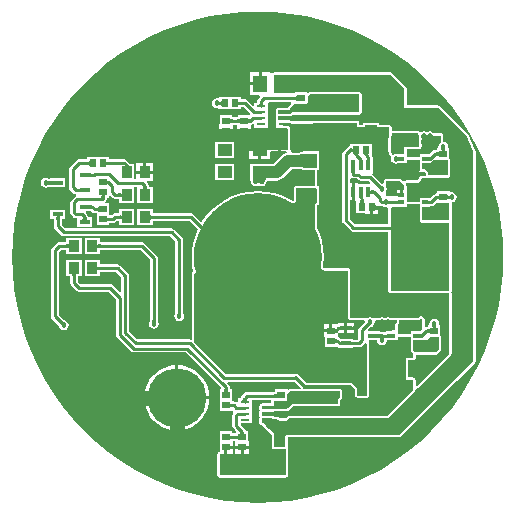
<source format=gbr>
G04 Layer_Physical_Order=1*
G04 Layer_Color=255*
%FSLAX25Y25*%
%MOIN*%
%TF.FileFunction,Copper,L1,Top,Signal*%
%TF.Part,Single*%
G01*
G75*
%TA.AperFunction,SMDPad*%
%ADD10R,0.03661X0.03858*%
%TA.AperFunction,SMDPad*%
%ADD11R,0.02559X0.02362*%
%TA.AperFunction,SMDPad*%
%ADD12R,0.03543X0.01575*%
%TA.AperFunction,SMDPad*%
%ADD13R,0.02362X0.02559*%
%TA.AperFunction,SMDPad*%
%ADD14R,0.04921X0.03937*%
%TA.AperFunction,SMDPad*%
%ADD15R,0.03937X0.04921*%
%TA.AperFunction,SMDPad*%
%ADD16R,0.01575X0.03543*%
%TA.AperFunction,SMDPad*%
%ADD17R,0.01950X0.01378*%
%TA.AperFunction,SMDPad*%
%ADD18R,0.04331X0.02756*%
%TA.AperFunction,SMDPad*%
%ADD19R,0.04567X0.05787*%
%TA.AperFunction,SMDPad*%
%ADD20R,0.03150X0.00984*%
%TA.AperFunction,SMDPad*%
%ADD21R,0.02362X0.04724*%
%TA.AperFunction,SMDPad*%
%ADD22R,0.03858X0.03661*%
%TA.AperFunction,SMDPad*%
%ADD23R,0.14567X0.03858*%
%TA.AperFunction,ConnectorPad*%
%ADD24C,0.03937*%
%ADD25C,0.05000*%
%ADD26C,0.01000*%
%ADD27C,0.04000*%
%ADD28R,0.03988X0.01375*%
%ADD29R,0.04386X0.01380*%
%TA.AperFunction,ConnectorPad*%
%ADD30C,0.42520*%
%TA.AperFunction,ConnectorPad*%
%ADD31C,0.19685*%
%TA.AperFunction,ViaPad*%
%ADD32C,0.01800*%
G36*
X91554Y167870D02*
X96884Y167345D01*
X102168Y166472D01*
X107384Y165256D01*
X112509Y163701D01*
X117521Y161815D01*
X122400Y159605D01*
X127123Y157080D01*
X131671Y154252D01*
X136024Y151132D01*
X140164Y147734D01*
X144073Y144073D01*
X147734Y140164D01*
X151132Y136024D01*
X154252Y131671D01*
X157080Y127123D01*
X159605Y122400D01*
X161815Y117521D01*
X163701Y112509D01*
X165256Y107384D01*
X166472Y102168D01*
X167345Y96884D01*
X167870Y91554D01*
X168045Y86201D01*
X167870Y80848D01*
X167345Y75518D01*
X166472Y70234D01*
X165256Y65018D01*
X163701Y59893D01*
X161815Y54880D01*
X159605Y50002D01*
X157080Y45279D01*
X154252Y40731D01*
X151132Y36377D01*
X147734Y32237D01*
X144073Y28328D01*
X140164Y24667D01*
X136024Y21269D01*
X131671Y18150D01*
X127123Y15322D01*
X122400Y12797D01*
X117521Y10587D01*
X112509Y8700D01*
X107384Y7145D01*
X102168Y5929D01*
X96884Y5057D01*
X91554Y4532D01*
X86201Y4357D01*
X80848Y4532D01*
X75518Y5057D01*
X70234Y5929D01*
X65018Y7145D01*
X59893Y8700D01*
X54880Y10587D01*
X50002Y12797D01*
X45279Y15322D01*
X40731Y18150D01*
X36377Y21269D01*
X32237Y24667D01*
X28328Y28328D01*
X24667Y32237D01*
X21269Y36377D01*
X18150Y40731D01*
X15322Y45279D01*
X12797Y50002D01*
X10587Y54880D01*
X8700Y59893D01*
X7145Y65018D01*
X5929Y70234D01*
X5057Y75518D01*
X4532Y80848D01*
X4357Y86201D01*
X4532Y91554D01*
X5057Y96884D01*
X5929Y102168D01*
X7145Y107384D01*
X8700Y112509D01*
X10587Y117521D01*
X12797Y122400D01*
X15322Y127123D01*
X18150Y131671D01*
X21269Y136024D01*
X24667Y140164D01*
X28328Y144073D01*
X32237Y147734D01*
X36377Y151132D01*
X40731Y154252D01*
X45279Y157080D01*
X50002Y159605D01*
X54880Y161815D01*
X59893Y163701D01*
X65018Y165256D01*
X70234Y166472D01*
X75518Y167345D01*
X80848Y167870D01*
X86201Y168045D01*
X91554Y167870D01*
D02*
G37*
%LPC*%
G36*
X59683Y50241D02*
Y39905D01*
X70020D01*
X69925Y41106D01*
X69527Y42766D01*
X68874Y44342D01*
X67982Y45798D01*
X66874Y47095D01*
X65576Y48204D01*
X64121Y49095D01*
X62544Y49749D01*
X60884Y50147D01*
X59683Y50241D01*
D02*
G37*
G36*
X22093Y102037D02*
X17049D01*
Y98963D01*
X18294D01*
X18296Y98939D01*
Y96429D01*
X18393Y95941D01*
X18670Y95528D01*
X20599Y93599D01*
X21012Y93322D01*
X21500Y93226D01*
X56972D01*
X58726Y91472D01*
Y67586D01*
X58723Y67558D01*
X58446Y67144D01*
X58318Y66500D01*
X58446Y65856D01*
X58810Y65310D01*
X59356Y64946D01*
X60000Y64818D01*
X60644Y64946D01*
X61190Y65310D01*
X61554Y65856D01*
X61682Y66500D01*
X61554Y67144D01*
X61278Y67557D01*
X61274Y67608D01*
Y92000D01*
X61177Y92488D01*
X60901Y92901D01*
X58401Y95401D01*
X57988Y95678D01*
X57500Y95775D01*
X22028D01*
X20845Y96957D01*
Y98939D01*
X20847Y98963D01*
X22093D01*
Y102037D01*
D02*
G37*
G36*
X36604Y119529D02*
X29396D01*
Y118777D01*
X29372Y118774D01*
X26500D01*
X26012Y118677D01*
X25599Y118401D01*
X23599Y116401D01*
X23323Y115988D01*
X23225Y115500D01*
Y109500D01*
X23323Y109012D01*
X23599Y108599D01*
X24658Y107540D01*
X25071Y107264D01*
X25559Y107167D01*
X25526Y106685D01*
X25512Y106677D01*
X25099Y106401D01*
X24099Y105401D01*
X23822Y104988D01*
X23726Y104500D01*
Y101000D01*
X23822Y100512D01*
X24099Y100099D01*
X24599Y99599D01*
X25012Y99322D01*
X25500Y99225D01*
X25907D01*
Y96403D01*
X30951D01*
Y99478D01*
X29774D01*
Y99500D01*
X29678Y99988D01*
X29401Y100401D01*
X28781Y101022D01*
X28988Y101522D01*
X30175D01*
X30189Y101519D01*
X30202Y101522D01*
X30676D01*
X30926Y101272D01*
X31339Y100996D01*
X31827Y100899D01*
X32443D01*
X32471Y100896D01*
Y96896D01*
X36529D01*
Y97550D01*
X36553Y97552D01*
X37827D01*
X38315Y97649D01*
X38728Y97926D01*
X39028Y98225D01*
X39864D01*
X39888Y98223D01*
Y96821D01*
X45049D01*
Y102179D01*
X39888D01*
Y100777D01*
X39864Y100775D01*
X38500D01*
X38012Y100678D01*
X37599Y100401D01*
X37299Y100101D01*
X36553D01*
X36529Y100103D01*
Y104104D01*
X35561D01*
X35401Y104599D01*
Y104599D01*
X35677Y105012D01*
X35774Y105500D01*
Y105872D01*
X35777Y105896D01*
X36529D01*
Y106461D01*
X37029Y106668D01*
X37599Y106099D01*
X38012Y105823D01*
X38500Y105726D01*
X39864D01*
X39888Y105723D01*
Y104321D01*
X45049D01*
Y109610D01*
X45500Y109708D01*
X45951Y109610D01*
Y104321D01*
X51112D01*
Y109679D01*
X49808D01*
X49806Y109706D01*
Y109968D01*
X49709Y110456D01*
X49433Y110870D01*
X49194Y111109D01*
X49385Y111571D01*
X51362D01*
Y114000D01*
X45701D01*
Y112275D01*
X45049D01*
Y117179D01*
X43661D01*
X43646Y117253D01*
X43370Y117667D01*
X42636Y118401D01*
X42222Y118677D01*
X41734Y118774D01*
X36628D01*
X36604Y118777D01*
Y119529D01*
D02*
G37*
G36*
X58683Y50241D02*
X57482Y50147D01*
X55822Y49749D01*
X54246Y49095D01*
X52790Y48204D01*
X51493Y47095D01*
X50384Y45798D01*
X49492Y44342D01*
X48839Y42766D01*
X48441Y41106D01*
X48346Y39905D01*
X58683D01*
Y50241D01*
D02*
G37*
G36*
X15500Y112682D02*
X14856Y112554D01*
X14310Y112190D01*
X13946Y111644D01*
X13818Y111000D01*
X13946Y110356D01*
X14310Y109810D01*
X14856Y109446D01*
X15500Y109318D01*
X16144Y109446D01*
X16556Y109722D01*
X17049Y109588D01*
Y109463D01*
X17798D01*
X17811Y109460D01*
X17825Y109463D01*
X22093D01*
Y112537D01*
X17825D01*
X17811Y112540D01*
X17798Y112537D01*
X17049D01*
Y112341D01*
X16558Y112277D01*
X16144Y112554D01*
X15500Y112682D01*
D02*
G37*
G36*
X86307Y121500D02*
X83346D01*
Y119032D01*
X86307D01*
Y121500D01*
D02*
G37*
G36*
X27549Y92679D02*
X22388D01*
Y91277D01*
X22364Y91274D01*
X20000D01*
X19512Y91177D01*
X19099Y90901D01*
X17599Y89401D01*
X17323Y88988D01*
X17225Y88500D01*
Y66500D01*
X17323Y66012D01*
X17599Y65599D01*
X19830Y63367D01*
X19848Y63345D01*
X19946Y62856D01*
X20310Y62310D01*
X20856Y61946D01*
X21500Y61818D01*
X22144Y61946D01*
X22690Y62310D01*
X23054Y62856D01*
X23182Y63500D01*
X23054Y64144D01*
X22690Y64690D01*
X22144Y65054D01*
X21657Y65151D01*
X21618Y65185D01*
X19774Y67028D01*
Y87972D01*
X20528Y88726D01*
X22364D01*
X22388Y88723D01*
Y87321D01*
X27549D01*
Y92679D01*
D02*
G37*
G36*
X78404Y124718D02*
X71982D01*
Y122000D01*
Y119281D01*
X78404D01*
Y122000D01*
Y124718D01*
D02*
G37*
G36*
X92968Y122000D02*
X87307D01*
Y119032D01*
X90268D01*
Y121257D01*
X90638Y121571D01*
X90768Y121571D01*
X92968D01*
Y122000D01*
D02*
G37*
G36*
X51362Y117429D02*
X49031D01*
Y115000D01*
X51362D01*
Y117429D01*
D02*
G37*
G36*
X78404Y117218D02*
X71982D01*
Y111782D01*
X78404D01*
Y117218D01*
D02*
G37*
G36*
X33612Y92679D02*
X28451D01*
Y87321D01*
X33612D01*
Y88723D01*
X33636Y88726D01*
X46972D01*
X50226Y85472D01*
Y65087D01*
X50223Y65058D01*
X49946Y64644D01*
X49818Y64000D01*
X49946Y63356D01*
X50310Y62810D01*
X50856Y62446D01*
X51500Y62318D01*
X52144Y62446D01*
X52690Y62810D01*
X53054Y63356D01*
X53182Y64000D01*
X53054Y64644D01*
X52779Y65057D01*
X52775Y65108D01*
Y86000D01*
X52678Y86488D01*
X52401Y86901D01*
X48401Y90901D01*
X47988Y91177D01*
X47500Y91274D01*
X33636D01*
X33612Y91277D01*
Y92679D01*
D02*
G37*
G36*
X90280Y147894D02*
X87496D01*
Y144000D01*
X86996D01*
Y143500D01*
X83713D01*
Y140106D01*
X86597D01*
X86804Y139606D01*
X86437Y139240D01*
X86161Y138826D01*
X86064Y138339D01*
Y137719D01*
X86062Y137695D01*
X85014D01*
Y136942D01*
X84552Y136750D01*
X82901Y138401D01*
X82488Y138678D01*
X82000Y138775D01*
X80628D01*
X80604Y138777D01*
Y139530D01*
X73396D01*
Y139442D01*
X72896Y139104D01*
X72500Y139182D01*
X71856Y139054D01*
X71310Y138690D01*
X70946Y138144D01*
X70818Y137500D01*
X70946Y136856D01*
X71310Y136310D01*
X71856Y135946D01*
X72500Y135818D01*
X72896Y135896D01*
X73396Y135558D01*
Y135470D01*
X80604D01*
Y136223D01*
X80628Y136225D01*
X81472D01*
X83638Y134059D01*
X83386Y133604D01*
X79470D01*
Y132950D01*
X79447Y132948D01*
X77557D01*
X77530Y132950D01*
Y133604D01*
X73470D01*
Y130508D01*
X73220D01*
Y129000D01*
X77780D01*
Y130399D01*
X79220D01*
Y129000D01*
X83780D01*
Y130420D01*
X84161Y130496D01*
X84514Y130731D01*
X84959Y130613D01*
X85014Y130590D01*
Y129305D01*
X89663D01*
Y133242D01*
Y137216D01*
D01*
Y137695D01*
X90079Y137899D01*
X97110D01*
X97317Y137399D01*
X96446Y136527D01*
X96280Y136279D01*
X96222Y135986D01*
Y135975D01*
X93000D01*
X92707Y135917D01*
X92459Y135751D01*
X92443Y135726D01*
X92337D01*
Y135568D01*
X92294Y135503D01*
X92235Y135211D01*
Y134000D01*
X92294Y133707D01*
X92337Y133643D01*
Y133592D01*
X92294Y133528D01*
X92235Y133235D01*
Y131789D01*
X92294Y131497D01*
X92337Y131432D01*
Y129305D01*
X94499D01*
X94661Y129273D01*
X95925D01*
X96235Y128962D01*
Y128887D01*
Y127429D01*
Y122000D01*
X93968D01*
Y121571D01*
X95642D01*
X95835Y121343D01*
X95833Y121327D01*
X95622Y120991D01*
X95589Y120986D01*
X94920Y120709D01*
X94346Y120268D01*
X92497Y118420D01*
X91404Y117327D01*
X91345Y117288D01*
X91276Y117274D01*
X86807D01*
X86388Y117218D01*
X83596D01*
Y111782D01*
X83735D01*
Y111763D01*
X83762Y111631D01*
X83783Y111498D01*
X83822Y111391D01*
X83830Y111379D01*
X83833Y111364D01*
X83856Y111309D01*
X83946Y110856D01*
X84310Y110310D01*
X84437Y110226D01*
X84437Y110226D01*
X84856Y109946D01*
X85500Y109818D01*
X86144Y109946D01*
X86437Y110142D01*
X86500Y110168D01*
X86563Y110142D01*
X86856Y109946D01*
X87500Y109818D01*
X88144Y109946D01*
X88270Y110030D01*
X88270Y110030D01*
X88690Y110310D01*
X89054Y110856D01*
X89173Y111450D01*
X89178Y111461D01*
X89189Y111497D01*
X89210Y111528D01*
X89214Y111539D01*
X89336Y111687D01*
X89346Y111694D01*
X89371Y111719D01*
X89407Y111723D01*
X89419Y111726D01*
X92500D01*
X93218Y111821D01*
X93887Y112098D01*
X94461Y112539D01*
X97456Y115533D01*
X98493D01*
X100047Y115503D01*
X100963Y115434D01*
X101273Y115392D01*
X101281Y115390D01*
Y115096D01*
X102030D01*
X102043Y115094D01*
X102057Y115096D01*
X102066D01*
X102079Y115095D01*
X102086Y115096D01*
X105235D01*
Y109918D01*
X105160Y109904D01*
X99046D01*
X98753Y109845D01*
X98506Y109680D01*
X98340Y109432D01*
X98282Y109139D01*
Y105205D01*
X98274Y105169D01*
Y105153D01*
X98268Y105138D01*
X98258Y105125D01*
X98244Y105118D01*
X98217Y105096D01*
X98213Y105094D01*
X97907Y104930D01*
X97872Y104919D01*
X97841Y104903D01*
X97812Y104922D01*
X97778Y104936D01*
X97229Y105303D01*
X94642Y106579D01*
X91957Y107490D01*
X91957D01*
X91910Y107506D01*
X89080Y108069D01*
X86201Y108258D01*
X83322Y108069D01*
X80492Y107506D01*
X77807Y106595D01*
X77807Y106595D01*
X77760Y106579D01*
X75217Y105325D01*
X75217Y105325D01*
X75172Y105303D01*
X72773Y103700D01*
X70604Y101797D01*
X68702Y99628D01*
X67708Y98141D01*
X67210Y98092D01*
X64901Y100401D01*
X64488Y100678D01*
X64000Y100775D01*
X51136D01*
X51112Y100777D01*
Y102179D01*
X45951D01*
Y96821D01*
X51112D01*
Y98223D01*
X51136Y98225D01*
X63472D01*
X66230Y95468D01*
X65823Y94642D01*
X64911Y91957D01*
Y91957D01*
X64895Y91910D01*
X64332Y89080D01*
X64144Y86201D01*
X64332Y83322D01*
X64705Y81447D01*
X64705Y81403D01*
X64705Y81403D01*
X64705Y81403D01*
Y81379D01*
X64676Y81350D01*
X64647Y81334D01*
X64617Y81310D01*
X64581Y81291D01*
X64553Y81267D01*
X64536Y81247D01*
X64525Y81240D01*
X64525Y81240D01*
X64467Y81200D01*
X64446Y81169D01*
X64416Y81145D01*
X64363Y81046D01*
X64301Y80952D01*
X64293Y80915D01*
X64275Y80882D01*
X64267Y80799D01*
X64257Y80774D01*
X64250Y80738D01*
Y80697D01*
X64243Y80660D01*
Y80625D01*
X64235Y80589D01*
Y77871D01*
Y59126D01*
X64235Y59123D01*
Y59094D01*
X64140Y58950D01*
X63899Y58690D01*
X63475Y58775D01*
X46028D01*
X43275Y61528D01*
Y80016D01*
X43178Y80503D01*
X42901Y80917D01*
X40417Y83401D01*
X40003Y83678D01*
X39516Y83775D01*
X33636D01*
X33612Y83777D01*
Y85179D01*
X28451D01*
Y79821D01*
X33612D01*
Y81223D01*
X33636Y81226D01*
X38988D01*
X40725Y79488D01*
Y74730D01*
X40264Y74539D01*
X37901Y76901D01*
X37488Y77178D01*
X37000Y77275D01*
X27028D01*
X26243Y78059D01*
Y79797D01*
X26245Y79821D01*
X27549D01*
Y85179D01*
X22388D01*
Y79821D01*
X23692D01*
X23694Y79797D01*
Y77531D01*
X23791Y77044D01*
X24067Y76630D01*
X25599Y75099D01*
X26012Y74822D01*
X26500Y74726D01*
X36472D01*
X38976Y72222D01*
Y60275D01*
X39072Y59787D01*
X39349Y59374D01*
X43874Y54849D01*
X44287Y54572D01*
X44775Y54475D01*
X62222D01*
X74093Y42604D01*
X73906Y42104D01*
X73470D01*
Y38242D01*
Y34896D01*
X77530D01*
Y34896D01*
X77929Y34849D01*
X77976Y34725D01*
X78013Y34272D01*
X77823Y33988D01*
X77725Y33500D01*
Y30000D01*
X77823Y29512D01*
X78099Y29099D01*
X78711Y28487D01*
X78970Y28104D01*
X78970D01*
X78970Y28104D01*
Y27450D01*
X78947Y27448D01*
X77557D01*
X77530Y27450D01*
Y28104D01*
X73470D01*
Y24242D01*
Y21440D01*
X73426Y21396D01*
X73363Y21383D01*
X73294Y21354D01*
X73283Y21352D01*
X73273Y21346D01*
X73088Y21269D01*
X72877Y21058D01*
X72800Y20872D01*
X72794Y20863D01*
X72791Y20852D01*
X72763Y20782D01*
X72750Y20719D01*
Y20644D01*
X72735Y20570D01*
Y13575D01*
X72750Y13501D01*
Y13426D01*
X72779Y13357D01*
X72794Y13283D01*
X72800Y13273D01*
X72817Y13231D01*
X72817Y13231D01*
X72853Y13178D01*
X72864Y13150D01*
X72870Y13141D01*
X72891Y13120D01*
X72983Y12983D01*
X72983Y12983D01*
X73120Y12891D01*
X73141Y12870D01*
X73150Y12864D01*
X73178Y12853D01*
X73231Y12817D01*
X73273Y12800D01*
X73283Y12794D01*
X73356Y12779D01*
X73426Y12750D01*
X73501Y12750D01*
X73575Y12735D01*
X95425D01*
X95499Y12750D01*
X95574D01*
X95643Y12779D01*
X95717Y12794D01*
X95727Y12800D01*
X95769Y12817D01*
X95769Y12817D01*
X95822Y12853D01*
X95850Y12864D01*
X95859Y12870D01*
X95880Y12891D01*
X96017Y12983D01*
X96017Y12983D01*
X96109Y13120D01*
X96130Y13141D01*
X96136Y13150D01*
X96147Y13178D01*
X96183Y13231D01*
X96200Y13273D01*
X96206Y13283D01*
X96221Y13356D01*
X96250Y13426D01*
X96250Y13501D01*
X96265Y13575D01*
Y22321D01*
X96206Y22614D01*
X96112Y22755D01*
Y23345D01*
X96142Y23424D01*
X96140Y23487D01*
X96153Y23549D01*
X96135Y23635D01*
X96132Y23723D01*
X96118Y23754D01*
Y23796D01*
X96112Y23827D01*
Y26160D01*
X96125Y26223D01*
X96188Y26235D01*
X133500D01*
X133793Y26294D01*
X134041Y26459D01*
X152541Y44959D01*
X158541Y50959D01*
X158706Y51207D01*
X158765Y51500D01*
Y65500D01*
X158765Y82453D01*
Y121436D01*
X158753Y121496D01*
X158753Y121497D01*
X158752Y121503D01*
X158753Y121510D01*
X158752Y121524D01*
X158747Y121548D01*
X158745Y121610D01*
X158733Y121659D01*
X158723Y121708D01*
X158700Y121765D01*
X158695Y121790D01*
X158690Y121802D01*
X158686Y121808D01*
X158684Y121814D01*
X158684Y121815D01*
X158669Y121875D01*
X156227Y127248D01*
X156192Y127297D01*
X156192Y127297D01*
X156186Y127310D01*
X156178Y127321D01*
X156152Y127378D01*
X156117Y127427D01*
X156117Y127427D01*
X156083Y127478D01*
X156039Y127522D01*
X156031Y127534D01*
X156021Y127543D01*
X155988Y127594D01*
X151541Y132041D01*
X147094Y136487D01*
X147031Y136529D01*
X146978Y136583D01*
X146909Y136611D01*
X146846Y136653D01*
X146842Y136654D01*
X146721Y136704D01*
X146721Y136704D01*
X146717Y136706D01*
X146644Y136721D01*
X146574Y136750D01*
X146499Y136750D01*
X146425Y136765D01*
X135765D01*
Y142500D01*
X135706Y142793D01*
X135541Y143041D01*
X131041Y147541D01*
X130793Y147706D01*
X130500Y147765D01*
X91500D01*
X91207Y147706D01*
X91127Y147685D01*
X90970Y147644D01*
Y147644D01*
X90780Y147437D01*
X90280Y147632D01*
Y147894D01*
D02*
G37*
G36*
X58683Y38905D02*
X48346D01*
X48441Y37703D01*
X48839Y36044D01*
X49492Y34467D01*
X50384Y33012D01*
X51493Y31714D01*
X52790Y30606D01*
X54246Y29714D01*
X55822Y29061D01*
X57482Y28663D01*
X58683Y28568D01*
Y38905D01*
D02*
G37*
G36*
X48031Y117429D02*
X45701D01*
Y115000D01*
X48031D01*
Y117429D01*
D02*
G37*
G36*
X86496Y147894D02*
X83713D01*
Y144500D01*
X86496D01*
Y147894D01*
D02*
G37*
G36*
X70020Y38905D02*
X59683D01*
Y28568D01*
X60884Y28663D01*
X62544Y29061D01*
X64121Y29714D01*
X65576Y30606D01*
X66874Y31714D01*
X67982Y33012D01*
X68874Y34467D01*
X69527Y36044D01*
X69925Y37703D01*
X70020Y38905D01*
D02*
G37*
%LPD*%
G36*
X123491Y63600D02*
X123453Y63597D01*
X123411Y63586D01*
X123365Y63568D01*
X123316Y63543D01*
X123263Y63510D01*
X123206Y63470D01*
X123082Y63367D01*
X123014Y63305D01*
X122943Y63235D01*
X122236Y63943D01*
X122305Y64014D01*
X122470Y64206D01*
X122510Y64263D01*
X122543Y64316D01*
X122568Y64365D01*
X122586Y64411D01*
X122597Y64453D01*
X122600Y64491D01*
X123491Y63600D01*
D02*
G37*
G36*
X25874Y80585D02*
X25789Y80554D01*
X25714Y80504D01*
X25648Y80433D01*
X25594Y80342D01*
X25548Y80231D01*
X25513Y80099D01*
X25488Y79947D01*
X25473Y79775D01*
X25469Y79583D01*
X24468D01*
X24464Y79775D01*
X24449Y79947D01*
X24423Y80099D01*
X24388Y80231D01*
X24343Y80342D01*
X24288Y80433D01*
X24224Y80504D01*
X24148Y80554D01*
X24063Y80585D01*
X23968Y80595D01*
X25969D01*
X25874Y80585D01*
D02*
G37*
G36*
X21014Y64695D02*
X21206Y64530D01*
X21263Y64490D01*
X21316Y64457D01*
X21365Y64432D01*
X21411Y64414D01*
X21453Y64403D01*
X21491Y64400D01*
X20600Y63509D01*
X20597Y63547D01*
X20586Y63589D01*
X20568Y63635D01*
X20543Y63684D01*
X20510Y63737D01*
X20470Y63794D01*
X20367Y63918D01*
X20305Y63986D01*
X20235Y64057D01*
X20943Y64764D01*
X21014Y64695D01*
D02*
G37*
G36*
X52001Y65189D02*
X52021Y64936D01*
X52033Y64868D01*
X52047Y64807D01*
X52064Y64754D01*
X52083Y64709D01*
X52105Y64672D01*
X52130Y64643D01*
X50870D01*
X50895Y64672D01*
X50917Y64709D01*
X50936Y64754D01*
X50953Y64807D01*
X50968Y64868D01*
X50979Y64936D01*
X50995Y65097D01*
X50999Y65189D01*
X51000Y65288D01*
X52000D01*
X52001Y65189D01*
D02*
G37*
G36*
X60501Y67689D02*
X60521Y67436D01*
X60532Y67368D01*
X60547Y67307D01*
X60564Y67254D01*
X60583Y67209D01*
X60605Y67172D01*
X60630Y67143D01*
X59370D01*
X59395Y67172D01*
X59417Y67209D01*
X59436Y67254D01*
X59453Y67307D01*
X59468Y67368D01*
X59479Y67436D01*
X59495Y67597D01*
X59499Y67689D01*
X59500Y67788D01*
X60500D01*
X60501Y67689D01*
D02*
G37*
G36*
X129883Y65326D02*
D01*
X129883D01*
X129932Y65294D01*
X130006Y65279D01*
X130076Y65250D01*
X130076D01*
X130076Y65250D01*
X130151D01*
X130151Y65250D01*
X130151D01*
X130225Y65235D01*
X132500D01*
Y64725D01*
X132500Y64725D01*
D01*
X132446Y64644D01*
X132380Y64316D01*
X132335Y64089D01*
X132085D01*
Y62000D01*
X131000D01*
X130500Y61500D01*
X129086D01*
Y61274D01*
X126951D01*
Y61537D01*
X126202D01*
X126189Y61540D01*
X126175Y61537D01*
X122993D01*
X122802Y61999D01*
X123633Y62831D01*
X123655Y62848D01*
X124144Y62946D01*
X124690Y63310D01*
X125054Y63856D01*
X125182Y64500D01*
X125136Y64735D01*
X125546Y65235D01*
X126775D01*
X126848Y65250D01*
X126848D01*
X126849Y65250D01*
X126924D01*
X126924Y65250D01*
X126924D01*
X126994Y65279D01*
X127068Y65294D01*
X127117Y65326D01*
X127117D01*
D01*
X127500Y65403D01*
X127883Y65326D01*
X127932Y65294D01*
X128006Y65279D01*
X128076Y65250D01*
X128076D01*
X128076Y65250D01*
X128151D01*
X128152Y65250D01*
X128152D01*
X128225Y65235D01*
X128775D01*
X128848Y65250D01*
X128849D01*
X128849Y65250D01*
X128924D01*
X128924Y65250D01*
X128924D01*
X128994Y65279D01*
X129068Y65294D01*
X129117Y65326D01*
X129500Y65403D01*
D01*
D01*
X129883Y65326D01*
D02*
G37*
G36*
X32848Y83405D02*
X32879Y83320D01*
X32929Y83245D01*
X33000Y83180D01*
X33091Y83125D01*
X33202Y83080D01*
X33334Y83045D01*
X33486Y83020D01*
X33658Y83005D01*
X33850Y83000D01*
Y82000D01*
X33658Y81995D01*
X33486Y81980D01*
X33334Y81955D01*
X33202Y81920D01*
X33091Y81875D01*
X33000Y81820D01*
X32929Y81755D01*
X32879Y81680D01*
X32848Y81595D01*
X32838Y81500D01*
Y83500D01*
X32848Y83405D01*
D02*
G37*
G36*
X125340Y103655D02*
X125371Y103570D01*
X125421Y103495D01*
X125492Y103430D01*
X125583Y103375D01*
X125695Y103330D01*
X125826Y103295D01*
X125978Y103270D01*
X126150Y103255D01*
X126342Y103250D01*
Y102250D01*
X126150Y102245D01*
X125978Y102230D01*
X125826Y102205D01*
X125695Y102170D01*
X125583Y102125D01*
X125492Y102070D01*
X125421Y102005D01*
X125371Y101930D01*
X125340Y101845D01*
X125330Y101750D01*
Y103750D01*
X125340Y103655D01*
D02*
G37*
G36*
X33233Y101173D02*
X33222Y101268D01*
X33193Y101353D01*
X33143Y101428D01*
X33073Y101493D01*
X32983Y101548D01*
X32873Y101593D01*
X32743Y101628D01*
X32592Y101653D01*
X32423Y101668D01*
X32232Y101673D01*
Y102673D01*
X32423Y102678D01*
X32592Y102693D01*
X32743Y102718D01*
X32873Y102753D01*
X32983Y102798D01*
X33073Y102853D01*
X33143Y102918D01*
X33193Y102993D01*
X33222Y103078D01*
X33233Y103173D01*
Y101173D01*
D02*
G37*
G36*
X20476Y99726D02*
X20391Y99696D01*
X20316Y99646D01*
X20251Y99575D01*
X20196Y99484D01*
X20151Y99372D01*
X20116Y99241D01*
X20091Y99089D01*
X20076Y98917D01*
X20071Y98725D01*
X19071D01*
X19066Y98917D01*
X19051Y99089D01*
X19026Y99241D01*
X18991Y99372D01*
X18946Y99484D01*
X18891Y99575D01*
X18826Y99646D01*
X18751Y99696D01*
X18666Y99726D01*
X18571Y99737D01*
X20571D01*
X20476Y99726D01*
D02*
G37*
G36*
X121332Y105078D02*
X121347Y104908D01*
X121372Y104757D01*
X121407Y104628D01*
X121452Y104517D01*
X121507Y104428D01*
X121572Y104358D01*
X121647Y104307D01*
X121732Y104278D01*
X121827Y104268D01*
X121329D01*
X121342Y104105D01*
X121354Y104031D01*
X121369Y103964D01*
X121387Y103905D01*
X121409Y103855D01*
X121434Y103812D01*
X121463Y103778D01*
X121494Y103752D01*
X120258Y103509D01*
X120271Y103534D01*
X120283Y103567D01*
X120293Y103608D01*
X120302Y103658D01*
X120316Y103784D01*
X120324Y103943D01*
X120327Y104137D01*
X120867Y104268D01*
X119827D01*
X119922Y104278D01*
X120007Y104307D01*
X120082Y104358D01*
X120147Y104428D01*
X120202Y104517D01*
X120247Y104628D01*
X120282Y104757D01*
X120307Y104908D01*
X120322Y105078D01*
X120327Y105268D01*
X121327D01*
X121332Y105078D01*
D02*
G37*
G36*
X140214Y100501D02*
X140235D01*
Y98500D01*
X140294Y98207D01*
X140459Y97959D01*
X140707Y97794D01*
X141000Y97735D01*
X150000D01*
Y75000D01*
X130500D01*
Y90500D01*
Y102628D01*
X131000Y102917D01*
X131500Y102818D01*
X131824Y102882D01*
X131904Y102898D01*
X131904Y102898D01*
X132144Y102946D01*
X132291Y103044D01*
X132291Y103044D01*
X132754Y103061D01*
X135786D01*
Y103902D01*
X140214D01*
Y100501D01*
D02*
G37*
G36*
X30196Y103782D02*
X30219Y103735D01*
X30257Y103694D01*
X30309Y103658D01*
X30377Y103628D01*
X30460Y103603D01*
X30557Y103584D01*
X30670Y103570D01*
X30798Y103562D01*
X30941Y103559D01*
Y102559D01*
X30798Y102556D01*
X30557Y102534D01*
X30460Y102515D01*
X30377Y102490D01*
X30309Y102460D01*
X30257Y102424D01*
X30219Y102383D01*
X30196Y102336D01*
X30189Y102284D01*
Y103834D01*
X30196Y103782D01*
D02*
G37*
G36*
X35766Y99732D02*
X35796Y99647D01*
X35847Y99572D01*
X35917Y99507D01*
X36009Y99452D01*
X36120Y99407D01*
X36251Y99372D01*
X36403Y99347D01*
X36575Y99332D01*
X36768Y99327D01*
Y98327D01*
X36575Y98322D01*
X36403Y98307D01*
X36251Y98282D01*
X36120Y98247D01*
X36009Y98202D01*
X35917Y98147D01*
X35847Y98082D01*
X35796Y98007D01*
X35766Y97922D01*
X35756Y97827D01*
Y99827D01*
X35766Y99732D01*
D02*
G37*
G36*
X32848Y90905D02*
X32879Y90820D01*
X32929Y90745D01*
X33000Y90680D01*
X33091Y90625D01*
X33202Y90580D01*
X33334Y90545D01*
X33486Y90520D01*
X33658Y90505D01*
X33850Y90500D01*
Y89500D01*
X33658Y89495D01*
X33486Y89480D01*
X33334Y89455D01*
X33202Y89420D01*
X33091Y89375D01*
X33000Y89320D01*
X32929Y89255D01*
X32879Y89180D01*
X32848Y89095D01*
X32838Y89000D01*
Y91000D01*
X32848Y90905D01*
D02*
G37*
G36*
X23162Y89000D02*
X23152Y89095D01*
X23121Y89180D01*
X23071Y89255D01*
X23000Y89320D01*
X22909Y89375D01*
X22797Y89420D01*
X22666Y89455D01*
X22514Y89480D01*
X22342Y89495D01*
X22150Y89500D01*
Y90500D01*
X22342Y90505D01*
X22514Y90520D01*
X22666Y90545D01*
X22797Y90580D01*
X22909Y90625D01*
X23000Y90680D01*
X23071Y90745D01*
X23121Y90820D01*
X23152Y90905D01*
X23162Y91000D01*
Y89000D01*
D02*
G37*
G36*
X29005Y99349D02*
X29020Y99214D01*
X29045Y99094D01*
X29080Y98991D01*
X29125Y98903D01*
X29180Y98832D01*
X29245Y98776D01*
X29320Y98736D01*
X29405Y98712D01*
X29500Y98704D01*
X27500D01*
X27595Y98712D01*
X27680Y98736D01*
X27755Y98776D01*
X27820Y98832D01*
X27875Y98903D01*
X27920Y98991D01*
X27955Y99094D01*
X27980Y99214D01*
X27995Y99349D01*
X28000Y99500D01*
X29000D01*
X29005Y99349D01*
D02*
G37*
G36*
X50348Y100405D02*
X50379Y100320D01*
X50429Y100245D01*
X50500Y100180D01*
X50591Y100125D01*
X50703Y100080D01*
X50834Y100045D01*
X50986Y100020D01*
X51158Y100005D01*
X51350Y100000D01*
Y99000D01*
X51158Y98995D01*
X50986Y98980D01*
X50834Y98955D01*
X50703Y98920D01*
X50591Y98875D01*
X50500Y98820D01*
X50429Y98755D01*
X50379Y98680D01*
X50348Y98595D01*
X50338Y98500D01*
Y100500D01*
X50348Y100405D01*
D02*
G37*
G36*
X40662Y98500D02*
X40652Y98595D01*
X40621Y98680D01*
X40571Y98755D01*
X40500Y98820D01*
X40409Y98875D01*
X40297Y98920D01*
X40166Y98955D01*
X40014Y98980D01*
X39842Y98995D01*
X39650Y99000D01*
Y100000D01*
X39842Y100005D01*
X40014Y100020D01*
X40166Y100045D01*
X40297Y100080D01*
X40409Y100125D01*
X40500Y100180D01*
X40571Y100245D01*
X40621Y100320D01*
X40652Y100405D01*
X40662Y100500D01*
Y98500D01*
D02*
G37*
G36*
X92733Y39004D02*
X92722Y39098D01*
X92693Y39183D01*
X92642Y39257D01*
X92572Y39322D01*
X92483Y39376D01*
X92373Y39421D01*
X92242Y39455D01*
X92093Y39480D01*
X91922Y39495D01*
X91733Y39500D01*
Y40500D01*
X91922Y40505D01*
X92093Y40520D01*
X92242Y40545D01*
X92373Y40580D01*
X92483Y40625D01*
X92572Y40680D01*
X92642Y40745D01*
X92693Y40820D01*
X92722Y40905D01*
X92733Y41000D01*
Y39004D01*
D02*
G37*
G36*
X82344Y39164D02*
X82359Y39008D01*
X82384Y38870D01*
X82419Y38751D01*
X82464Y38650D01*
X82519Y38568D01*
X82584Y38504D01*
X82659Y38458D01*
X82744Y38430D01*
X82839Y38421D01*
X80839D01*
X80934Y38430D01*
X81019Y38458D01*
X81094Y38504D01*
X81159Y38568D01*
X81214Y38650D01*
X81259Y38751D01*
X81294Y38870D01*
X81319Y39008D01*
X81334Y39164D01*
X81339Y39339D01*
X82339D01*
X82344Y39164D01*
D02*
G37*
G36*
X76005Y42150D02*
X76020Y41978D01*
X76045Y41826D01*
X76080Y41695D01*
X76125Y41583D01*
X76180Y41492D01*
X76245Y41421D01*
X76320Y41371D01*
X76405Y41340D01*
X76500Y41330D01*
X74500D01*
X74595Y41340D01*
X74680Y41371D01*
X74755Y41421D01*
X74820Y41492D01*
X74875Y41583D01*
X74920Y41695D01*
X74955Y41826D01*
X74980Y41978D01*
X74995Y42150D01*
X75000Y42342D01*
X76000D01*
X76005Y42150D01*
D02*
G37*
G36*
X146500Y55500D02*
X146000Y55000D01*
X145500Y54500D01*
X138500D01*
X138000Y55000D01*
Y58500D01*
X142500D01*
X143500Y59500D01*
X146500D01*
Y55500D01*
D02*
G37*
G36*
X100471Y42727D02*
X100280Y42265D01*
X97000D01*
X97000Y42265D01*
X96707Y42206D01*
X96530Y42088D01*
X96030Y42104D01*
X96030Y42104D01*
X96030Y42104D01*
X91970D01*
Y41277D01*
X91943Y41274D01*
X82500D01*
X82012Y41177D01*
X81599Y40901D01*
X80937Y40240D01*
X80661Y39826D01*
X80564Y39339D01*
Y39195D01*
X79514D01*
Y37910D01*
X79459Y37887D01*
X79014Y37769D01*
X78661Y38004D01*
X78173Y38101D01*
X77553D01*
X77530Y38103D01*
Y39856D01*
Y42104D01*
X76777D01*
X76775Y42128D01*
D01*
Y43000D01*
X76678Y43488D01*
X76401Y43901D01*
X76039Y44264D01*
X76230Y44725D01*
X98472D01*
X100471Y42727D01*
D02*
G37*
G36*
X113500Y39258D02*
X113241Y39206D01*
X112993Y39041D01*
X112827Y38793D01*
X112769Y38500D01*
Y37251D01*
X97986D01*
X97694Y37193D01*
X97445Y37027D01*
X96183Y35765D01*
X96030D01*
X95737Y35706D01*
X95668Y35660D01*
X91970D01*
X91941Y35654D01*
X91911Y35658D01*
X91426Y35620D01*
X91311Y35587D01*
X91194Y35564D01*
X91168Y35547D01*
X91139Y35539D01*
X91098Y35507D01*
X87500D01*
Y36711D01*
X91486D01*
Y38204D01*
X91970Y38242D01*
X91970Y38242D01*
X91970Y38242D01*
X96030D01*
Y40530D01*
X97000Y41500D01*
X113500D01*
Y39258D01*
D02*
G37*
G36*
X76777Y27078D02*
X76807Y26993D01*
X76858Y26918D01*
X76928Y26853D01*
X77017Y26798D01*
X77127Y26753D01*
X77258Y26718D01*
X77407Y26693D01*
X77578Y26678D01*
X77767Y26673D01*
Y25673D01*
X77578Y25668D01*
X77407Y25653D01*
X77258Y25628D01*
X77127Y25593D01*
X77017Y25548D01*
X76928Y25493D01*
X76858Y25428D01*
X76807Y25353D01*
X76777Y25268D01*
X76767Y25173D01*
Y27173D01*
X76777Y27078D01*
D02*
G37*
G36*
X90359Y38723D02*
X90444Y38663D01*
X90567Y38524D01*
X90726Y38225D01*
X90721Y38204D01*
Y37475D01*
X87500D01*
X87207Y37417D01*
X86959Y37251D01*
X86943Y37226D01*
X86837D01*
Y37068D01*
X86794Y37003D01*
X86735Y36711D01*
Y35507D01*
X86794Y35214D01*
X86819Y35176D01*
X86725Y35035D01*
X86666Y34742D01*
Y33289D01*
X86725Y32997D01*
X86827Y32843D01*
X86794Y32793D01*
X86735Y32500D01*
Y31638D01*
Y31000D01*
X86794Y30707D01*
X86959Y30459D01*
X87207Y30294D01*
X87500Y30235D01*
X87683D01*
X89527Y28391D01*
X90951Y26968D01*
Y26695D01*
Y22321D01*
X95500D01*
Y14000D01*
Y13575D01*
X95494Y13566D01*
X95476Y13524D01*
X95434Y13506D01*
X95425Y13500D01*
X95349D01*
X73575D01*
X73566Y13506D01*
X73524Y13524D01*
X73506Y13566D01*
X73500Y13575D01*
Y13651D01*
Y20570D01*
X73513Y20633D01*
X73575Y20646D01*
X75000D01*
Y22827D01*
X75500D01*
Y23327D01*
X77780D01*
Y24899D01*
X78720D01*
Y23327D01*
X83280D01*
Y25008D01*
X83030D01*
Y28104D01*
X82254D01*
X82178Y28488D01*
X81901Y28901D01*
X80497Y30305D01*
X80704Y30805D01*
X84163D01*
Y31638D01*
Y34742D01*
Y38726D01*
X90354D01*
X90359Y38723D01*
D02*
G37*
G36*
X79744Y25173D02*
X79734Y25268D01*
X79704Y25353D01*
X79653Y25428D01*
X79583Y25493D01*
X79492Y25548D01*
X79380Y25593D01*
X79249Y25628D01*
X79097Y25653D01*
X78925Y25668D01*
X78733Y25673D01*
Y26673D01*
X78925Y26678D01*
X79097Y26693D01*
X79249Y26718D01*
X79380Y26753D01*
X79492Y26798D01*
X79583Y26853D01*
X79653Y26918D01*
X79704Y26993D01*
X79734Y27078D01*
X79744Y27173D01*
Y25173D01*
D02*
G37*
G36*
X76766Y37732D02*
X76796Y37647D01*
X76847Y37572D01*
X76917Y37507D01*
X77008Y37452D01*
X77120Y37407D01*
X77251Y37372D01*
X77403Y37347D01*
X77575Y37332D01*
X77767Y37327D01*
Y36327D01*
X77575Y36322D01*
X77403Y36307D01*
X77251Y36282D01*
X77120Y36247D01*
X77008Y36202D01*
X76917Y36147D01*
X76847Y36082D01*
X76796Y36007D01*
X76766Y35922D01*
X76755Y35827D01*
Y37827D01*
X76766Y37732D01*
D02*
G37*
G36*
X81505Y27873D02*
X81520Y27759D01*
X81545Y27659D01*
X81580Y27571D01*
X81625Y27498D01*
X81680Y27437D01*
X81745Y27391D01*
X81820Y27357D01*
X81905Y27337D01*
X82000Y27330D01*
X80000D01*
X80095Y27337D01*
X80180Y27357D01*
X80255Y27391D01*
X80320Y27437D01*
X80375Y27498D01*
X80420Y27571D01*
X80455Y27659D01*
X80480Y27759D01*
X80495Y27873D01*
X80500Y28000D01*
X81500D01*
X81505Y27873D01*
D02*
G37*
G36*
X113811Y56665D02*
X113809Y56718D01*
X113801Y56765D01*
X113788Y56806D01*
X113771Y56842D01*
X113748Y56872D01*
X113720Y56897D01*
X113688Y56916D01*
X113650Y56930D01*
X113607Y56938D01*
X113559Y56941D01*
Y57941D01*
X113607Y57944D01*
X113650Y57952D01*
X113688Y57966D01*
X113720Y57985D01*
X113748Y58010D01*
X113771Y58040D01*
X113788Y58076D01*
X113801Y58117D01*
X113809Y58164D01*
X113811Y58216D01*
Y56665D01*
D02*
G37*
G36*
X111772Y62578D02*
X111784Y62493D01*
X111804Y62418D01*
X111832Y62353D01*
X111869Y62298D01*
X111914Y62253D01*
X111966Y62218D01*
X112027Y62193D01*
X112096Y62178D01*
X112173Y62173D01*
Y61173D01*
X112096Y61168D01*
X112027Y61153D01*
X111966Y61128D01*
X111914Y61093D01*
X111869Y61048D01*
X111832Y60993D01*
X111804Y60928D01*
X111784Y60853D01*
X111772Y60768D01*
X111767Y60673D01*
Y62673D01*
X111772Y62578D01*
D02*
G37*
G36*
X143733Y60673D02*
X143722Y60768D01*
X143693Y60853D01*
X143642Y60928D01*
X143572Y60993D01*
X143482Y61048D01*
X143372Y61093D01*
X143243Y61128D01*
X143093Y61153D01*
X142922Y61168D01*
X142733Y61173D01*
Y62173D01*
X142922Y62178D01*
X143093Y62193D01*
X143243Y62218D01*
X143372Y62253D01*
X143482Y62298D01*
X143572Y62353D01*
X143642Y62418D01*
X143693Y62493D01*
X143722Y62578D01*
X143733Y62673D01*
Y60673D01*
D02*
G37*
G36*
X141000Y65476D02*
Y62302D01*
X140137Y61439D01*
X139916D01*
X139902Y61442D01*
X139889Y61439D01*
X137214D01*
Y60500D01*
X132786D01*
Y61700D01*
X132791Y61707D01*
X132849Y62000D01*
Y63530D01*
X132876Y63548D01*
X132918Y63611D01*
X132971Y63664D01*
X133000Y63734D01*
X133042Y63796D01*
X133056Y63870D01*
X133085Y63940D01*
X133174Y64383D01*
X133206Y64432D01*
X133221Y64506D01*
X133250Y64576D01*
Y64651D01*
X133265Y64725D01*
Y65235D01*
X139646D01*
X139939Y65294D01*
X140187Y65459D01*
X140541Y65813D01*
X140633Y65822D01*
X141000Y65476D01*
D02*
G37*
G36*
X145505Y63650D02*
X145520Y63478D01*
X145540Y63357D01*
X145630D01*
X145605Y63328D01*
X145583Y63291D01*
X145565Y63250D01*
X145580Y63195D01*
X145625Y63083D01*
X145680Y62992D01*
X145745Y62921D01*
X145820Y62871D01*
X145905Y62840D01*
X146000Y62830D01*
X145502D01*
X145501Y62811D01*
X145500Y62712D01*
X144500Y62712D01*
X144499Y62811D01*
X144497Y62830D01*
X144000D01*
X144095Y62840D01*
X144180Y62871D01*
X144255Y62921D01*
X144320Y62992D01*
X144375Y63083D01*
X144420Y63195D01*
X144435Y63249D01*
X144417Y63291D01*
X144395Y63328D01*
X144370Y63357D01*
X144460D01*
X144480Y63478D01*
X144495Y63650D01*
X144500Y63842D01*
X145500D01*
X145505Y63650D01*
D02*
G37*
G36*
X113811Y61784D02*
X113804Y61836D01*
X113781Y61883D01*
X113743Y61924D01*
X113691Y61960D01*
X113623Y61990D01*
X113540Y62015D01*
X113443Y62034D01*
X113330Y62048D01*
X113202Y62056D01*
X113059Y62059D01*
Y63059D01*
X113202Y63062D01*
X113443Y63084D01*
X113540Y63103D01*
X113623Y63128D01*
X113691Y63158D01*
X113743Y63194D01*
X113781Y63235D01*
X113804Y63282D01*
X113811Y63335D01*
Y61784D01*
D02*
G37*
G36*
X139908Y60643D02*
X139926Y60613D01*
X139956Y60587D01*
X139998Y60564D01*
X140051Y60544D01*
X140117Y60528D01*
X140195Y60516D01*
X140285Y60507D01*
X140500Y60500D01*
Y59500D01*
X140386Y59498D01*
X140195Y59484D01*
X140117Y59472D01*
X140051Y59456D01*
X139998Y59436D01*
X139956Y59413D01*
X139926Y59387D01*
X139908Y59357D01*
X139902Y59323D01*
Y60677D01*
X139908Y60643D01*
D02*
G37*
G36*
X111777Y59232D02*
X111804Y59147D01*
X111849Y59072D01*
X111912Y59007D01*
X111994Y58952D01*
X112094Y58907D01*
X112211Y58872D01*
X112347Y58847D01*
X112501Y58832D01*
X112673Y58827D01*
Y57827D01*
X112501Y57822D01*
X112347Y57807D01*
X112211Y57782D01*
X112094Y57747D01*
X111994Y57702D01*
X111912Y57647D01*
X111849Y57582D01*
X111804Y57507D01*
X111777Y57422D01*
X111767Y57327D01*
Y59327D01*
X111777Y59232D01*
D02*
G37*
G36*
X117341Y58164D02*
X117370Y58117D01*
X117420Y58076D01*
X117490Y58040D01*
X117580Y58010D01*
X117691Y57985D01*
X117821Y57966D01*
X117971Y57952D01*
X118331Y57941D01*
Y56941D01*
X118140Y56938D01*
X117821Y56916D01*
X117691Y56897D01*
X117580Y56872D01*
X117490Y56842D01*
X117420Y56806D01*
X117370Y56765D01*
X117341Y56718D01*
X117331Y56665D01*
Y58216D01*
X117341Y58164D01*
D02*
G37*
G36*
X126199Y60723D02*
X126229Y60676D01*
X126279Y60635D01*
X126349Y60599D01*
X126439Y60569D01*
X126549Y60544D01*
X126679Y60525D01*
X126829Y60511D01*
X127189Y60500D01*
Y60293D01*
X127500Y60500D01*
X129000Y59500D01*
X128810Y59490D01*
X128640Y59460D01*
X128490Y59410D01*
X128360Y59340D01*
X128250Y59250D01*
X128160Y59140D01*
X128090Y59010D01*
X128040Y58860D01*
X128010Y58690D01*
X128000Y58500D01*
X127000D01*
X126990Y58690D01*
X126960Y58860D01*
X126910Y59010D01*
X126840Y59140D01*
X126750Y59250D01*
X126640Y59340D01*
X126510Y59410D01*
X126443Y59432D01*
X126439Y59431D01*
X126349Y59401D01*
X126279Y59365D01*
X126229Y59324D01*
X126199Y59277D01*
X126189Y59225D01*
Y59490D01*
X126000Y59500D01*
X126189Y59626D01*
Y60775D01*
X126199Y60723D01*
D02*
G37*
G36*
X130098Y59323D02*
X130088Y59357D01*
X130058Y59387D01*
X130008Y59413D01*
X129938Y59436D01*
X129848Y59456D01*
X129738Y59472D01*
X129458Y59493D01*
X129098Y59500D01*
Y60500D01*
X129288Y60502D01*
X129848Y60544D01*
X129938Y60564D01*
X130008Y60587D01*
X130058Y60613D01*
X130088Y60643D01*
X130098Y60677D01*
Y59323D01*
D02*
G37*
G36*
X135500Y59547D02*
X137214Y59515D01*
Y56001D01*
X137235D01*
Y55000D01*
X137235Y55000D01*
X137294Y54707D01*
X137459Y54459D01*
X137959Y53959D01*
X138000Y53932D01*
Y52644D01*
X135470D01*
Y45356D01*
X138000D01*
Y42081D01*
X129183Y33265D01*
X96500D01*
X96207Y33206D01*
X95959Y33041D01*
X95793Y32793D01*
X95735Y32500D01*
X95660D01*
X95660Y32500D01*
X93575D01*
X93506Y32514D01*
X93447Y32553D01*
X93000Y33000D01*
X91562D01*
X91492Y33014D01*
X91486Y33018D01*
Y33289D01*
X87431D01*
Y34742D01*
X91486D01*
Y34848D01*
X91488Y34849D01*
X91518Y34852D01*
X91561Y34863D01*
X91970Y34896D01*
X91970Y34896D01*
X96030D01*
Y34985D01*
X96105Y35000D01*
X96500D01*
X97933Y36433D01*
X97992Y36472D01*
X98062Y36486D01*
X113533D01*
Y37000D01*
Y38425D01*
Y38500D01*
X113609D01*
X113649Y38508D01*
X113719Y38537D01*
X113793Y38552D01*
X113855Y38593D01*
X113925Y38622D01*
X113978Y38675D01*
X114041Y38717D01*
X114083Y38780D01*
X114136Y38833D01*
X114165Y38903D01*
D01*
X114207Y38965D01*
X114221Y39039D01*
X114250Y39109D01*
Y39184D01*
X114265Y39258D01*
Y41500D01*
X114207Y41793D01*
X114041Y42041D01*
X113793Y42206D01*
X113500Y42265D01*
X101620D01*
X101236Y42727D01*
X101178Y43019D01*
X101012Y43267D01*
X99013Y45266D01*
X99000Y45275D01*
Y45500D01*
X98490Y46010D01*
X98697Y46510D01*
X98925D01*
X99189Y46457D01*
X99414Y46307D01*
X101987Y43734D01*
X102235Y43568D01*
X102528Y43510D01*
X116925D01*
X117189Y43457D01*
X117414Y43307D01*
X118307Y42414D01*
X118457Y42189D01*
X118510Y41925D01*
Y40393D01*
X118525Y40317D01*
X118525Y40240D01*
X118539Y40172D01*
X118567Y40106D01*
X118568Y40100D01*
X118572Y40095D01*
X118596Y40037D01*
X118620Y39978D01*
X118622Y39972D01*
X118625Y39966D01*
X118652Y39901D01*
X118654Y39898D01*
X118691Y39843D01*
X118746Y39789D01*
X118789Y39724D01*
X119040Y39476D01*
X119105Y39433D01*
X119160Y39379D01*
X119189Y39360D01*
X119218Y39342D01*
X119284Y39315D01*
X119289Y39312D01*
X119296Y39310D01*
X119354Y39287D01*
X119413Y39263D01*
X119419Y39259D01*
X119425Y39258D01*
X119491Y39231D01*
X119558Y39218D01*
X119636Y39219D01*
X119712Y39204D01*
X120670Y39215D01*
X122351Y39234D01*
X122419Y39248D01*
X122420Y39248D01*
X122421Y39248D01*
X122427Y39249D01*
X122500Y39250D01*
X122568Y39264D01*
X122632Y39292D01*
X122705Y39306D01*
X122708Y39309D01*
X122713Y39310D01*
X122774Y39351D01*
X122838Y39378D01*
X122838Y39378D01*
X122881Y39407D01*
X122933Y39459D01*
X122953Y39472D01*
X122954Y39473D01*
X122956Y39476D01*
X122959Y39478D01*
X122971Y39496D01*
X123092Y39618D01*
X123122Y39662D01*
X123172Y39783D01*
X123214Y39856D01*
X123214Y39856D01*
X123219Y39896D01*
X123236Y39938D01*
X123238Y39949D01*
Y39949D01*
X123238Y39949D01*
X123250Y40008D01*
X123250Y40083D01*
X123265Y40157D01*
Y47958D01*
Y57595D01*
X123257Y57632D01*
X123261Y57670D01*
X123228Y57777D01*
X123206Y57888D01*
X123185Y57919D01*
X123174Y57955D01*
X123169Y57963D01*
X123243Y58252D01*
X123365Y58436D01*
X123399Y58463D01*
X125825D01*
X125946Y57856D01*
X126310Y57310D01*
X126856Y56946D01*
X127500Y56818D01*
X128144Y56946D01*
X128690Y57310D01*
X128785Y57454D01*
X129054Y57856D01*
X129054Y57856D01*
X129113Y58153D01*
X129119Y58164D01*
X129312Y58516D01*
X129666Y58561D01*
X130085D01*
X130098Y58558D01*
X130112Y58561D01*
X132786D01*
Y59241D01*
Y59735D01*
X135500D01*
Y59547D01*
D02*
G37*
G36*
X146745Y119673D02*
X146734Y119768D01*
X146704Y119853D01*
X146653Y119928D01*
X146582Y119993D01*
X146492Y120048D01*
X146380Y120093D01*
X146249Y120128D01*
X146097Y120153D01*
X145925Y120168D01*
X145732Y120173D01*
Y121173D01*
X145925Y121178D01*
X146097Y121193D01*
X146249Y121218D01*
X146380Y121253D01*
X146492Y121298D01*
X146582Y121353D01*
X146653Y121418D01*
X146704Y121493D01*
X146734Y121578D01*
X146745Y121673D01*
Y119673D01*
D02*
G37*
G36*
X133098Y119519D02*
X133239Y119505D01*
X133331Y119501D01*
X133431Y119500D01*
Y118500D01*
X133331Y118499D01*
X133098Y118481D01*
Y118323D01*
X133088Y118357D01*
X133060Y118387D01*
X133012Y118413D01*
X132945Y118436D01*
X132917Y118443D01*
X132897Y118436D01*
X132852Y118417D01*
X132815Y118395D01*
X132785Y118370D01*
Y118467D01*
X132754Y118472D01*
X132487Y118493D01*
X132143Y118500D01*
Y119500D01*
X132324Y119502D01*
X132785Y119538D01*
Y119630D01*
X132815Y119605D01*
X132852Y119583D01*
X132897Y119564D01*
X132917Y119557D01*
X132945Y119564D01*
X133012Y119587D01*
X133060Y119613D01*
X133088Y119643D01*
X133098Y119677D01*
Y119519D01*
D02*
G37*
G36*
X123562Y119298D02*
X123584Y119057D01*
X123603Y118960D01*
X123628Y118877D01*
X123658Y118809D01*
X123694Y118756D01*
X123735Y118719D01*
X123782Y118696D01*
X123834Y118689D01*
X122284D01*
X122336Y118696D01*
X122383Y118719D01*
X122424Y118756D01*
X122460Y118809D01*
X122490Y118877D01*
X122515Y118960D01*
X122534Y119057D01*
X122548Y119170D01*
X122556Y119298D01*
X122559Y119441D01*
X123559D01*
X123562Y119298D01*
D02*
G37*
G36*
X139688Y127397D02*
X139917Y127000D01*
X139818Y126500D01*
X139946Y125856D01*
X140000Y125775D01*
Y125225D01*
X139946Y125144D01*
X139818Y124500D01*
X139946Y123856D01*
X140000Y123775D01*
Y123089D01*
X135085D01*
Y120439D01*
X132959D01*
X132787Y120554D01*
X132143Y120682D01*
X131502Y120555D01*
X131499Y120554D01*
X131265Y120398D01*
X130765Y120665D01*
Y120919D01*
X130765Y120919D01*
X130707Y121211D01*
X130602Y121368D01*
X130595Y121384D01*
X130553Y121447D01*
X130500Y121500D01*
Y121575D01*
Y125925D01*
D01*
Y126000D01*
X130518D01*
X130532Y126021D01*
X130541Y126027D01*
X130583Y126090D01*
D01*
X130636Y126143D01*
X130665Y126213D01*
X130707Y126275D01*
X130721Y126349D01*
X130750Y126419D01*
Y126494D01*
X130765Y126568D01*
Y127500D01*
X139582D01*
X139688Y127397D01*
D02*
G37*
G36*
X119732Y120729D02*
X119647Y120718D01*
X119572Y120700D01*
X119507Y120675D01*
X119452Y120642D01*
X119407Y120602D01*
X119372Y120555D01*
X119347Y120501D01*
X119332Y120439D01*
X119327Y120370D01*
X118327D01*
X118322Y120439D01*
X118307Y120501D01*
X118282Y120555D01*
X118247Y120602D01*
X118202Y120642D01*
X118147Y120675D01*
X118082Y120700D01*
X118007Y120718D01*
X117922Y120729D01*
X117827Y120732D01*
X119827D01*
X119732Y120729D01*
D02*
G37*
G36*
X122778Y121328D02*
X122756Y121291D01*
X122737Y121246D01*
X122720Y121193D01*
X122706Y121132D01*
X122694Y121064D01*
X122678Y120903D01*
X122675Y120811D01*
X122673Y120732D01*
X123173D01*
X123078Y120728D01*
X122993Y120716D01*
X122918Y120696D01*
X122853Y120668D01*
X122798Y120631D01*
X122753Y120586D01*
X122718Y120534D01*
X122693Y120473D01*
X122678Y120404D01*
X122673Y120327D01*
X121673D01*
X121668Y120404D01*
X121653Y120473D01*
X121628Y120534D01*
X121593Y120586D01*
X121548Y120631D01*
X121493Y120668D01*
X121428Y120696D01*
X121353Y120716D01*
X121268Y120728D01*
X121173Y120732D01*
X121673D01*
X121672Y120811D01*
X121652Y121064D01*
X121641Y121132D01*
X121626Y121193D01*
X121609Y121246D01*
X121590Y121291D01*
X121568Y121328D01*
X121543Y121357D01*
X122803D01*
X122778Y121328D01*
D02*
G37*
G36*
X121003Y118695D02*
X121011Y118694D01*
X121025Y118693D01*
X121135Y118690D01*
X121275Y118689D01*
X119725D01*
X120000Y118697D01*
X121000D01*
X121003Y118695D01*
D02*
G37*
G36*
X93500Y117688D02*
Y112765D01*
X93018Y112566D01*
X92450Y112491D01*
X89368D01*
X89331Y112484D01*
X89293Y112487D01*
X89186Y112455D01*
X89075Y112433D01*
X89044Y112412D01*
X89008Y112401D01*
X88921Y112329D01*
X88827Y112267D01*
X88806Y112235D01*
X88777Y112211D01*
X88591Y111985D01*
X88573Y111952D01*
X88547Y111925D01*
X88503Y111821D01*
X88451Y111722D01*
X88447Y111684D01*
X88432Y111649D01*
X88334Y111154D01*
X88138Y110862D01*
X87845Y110666D01*
X87500Y110597D01*
X87155Y110666D01*
X86925Y110819D01*
X86649Y110934D01*
X86351D01*
X86075Y110820D01*
X85846Y110666D01*
X85500Y110597D01*
X85154Y110666D01*
X84862Y110862D01*
X84666Y111155D01*
X84591Y111532D01*
X84540Y111656D01*
X84500Y111763D01*
Y116454D01*
X86388D01*
X86437Y116464D01*
X86487Y116460D01*
X86857Y116509D01*
X91351D01*
X91644Y116567D01*
X91892Y116733D01*
X91892Y116733D01*
X93038Y117879D01*
X93500Y117688D01*
D02*
G37*
G36*
X42974Y116700D02*
X42988Y116640D01*
X43014Y116588D01*
X43049Y116543D01*
X43093Y116504D01*
X43148Y116473D01*
X43213Y116448D01*
X43288Y116431D01*
X43374Y116421D01*
X43468Y116417D01*
X41469D01*
X41563Y116421D01*
X41649Y116431D01*
X41723Y116448D01*
X41789Y116473D01*
X41844Y116504D01*
X41888Y116543D01*
X41923Y116588D01*
X41949Y116640D01*
X41963Y116700D01*
X41969Y116766D01*
X42968D01*
X42974Y116700D01*
D02*
G37*
G36*
X102043Y115858D02*
X102004Y115944D01*
X101883Y116020D01*
X101683Y116087D01*
X101403Y116146D01*
X101043Y116195D01*
X100083Y116267D01*
X98044Y116307D01*
Y120307D01*
X98804Y120312D01*
X101403Y120469D01*
X101683Y120527D01*
X101883Y120594D01*
X102004Y120670D01*
X102043Y120756D01*
Y115858D01*
D02*
G37*
G36*
X142908Y119643D02*
X142926Y119613D01*
X142956Y119587D01*
X142998Y119564D01*
X143052Y119544D01*
X143117Y119528D01*
X143195Y119516D01*
X143285Y119507D01*
X143500Y119500D01*
Y118500D01*
X143386Y118498D01*
X143195Y118484D01*
X143117Y118472D01*
X143052Y118456D01*
X142998Y118436D01*
X142956Y118413D01*
X142926Y118387D01*
X142908Y118357D01*
X142902Y118323D01*
Y119677D01*
X142908Y119643D01*
D02*
G37*
G36*
X35840Y118405D02*
X35871Y118320D01*
X35921Y118245D01*
X35992Y118180D01*
X36083Y118125D01*
X36195Y118080D01*
X36326Y118045D01*
X36478Y118020D01*
X36650Y118005D01*
X36842Y118000D01*
Y117000D01*
X36650Y116995D01*
X36478Y116980D01*
X36326Y116955D01*
X36195Y116920D01*
X36083Y116875D01*
X35992Y116820D01*
X35921Y116755D01*
X35871Y116680D01*
X35840Y116595D01*
X35830Y116500D01*
Y118500D01*
X35840Y118405D01*
D02*
G37*
G36*
X30170Y116500D02*
X30160Y116595D01*
X30129Y116680D01*
X30079Y116755D01*
X30008Y116820D01*
X29917Y116875D01*
X29805Y116920D01*
X29674Y116955D01*
X29522Y116980D01*
X29350Y116995D01*
X29158Y117000D01*
Y118000D01*
X29350Y118005D01*
X29522Y118020D01*
X29674Y118045D01*
X29805Y118080D01*
X29917Y118125D01*
X30008Y118180D01*
X30079Y118245D01*
X30129Y118320D01*
X30160Y118405D01*
X30170Y118500D01*
Y116500D01*
D02*
G37*
G36*
X79840Y138405D02*
X79871Y138320D01*
X79921Y138245D01*
X79992Y138180D01*
X80083Y138125D01*
X80195Y138080D01*
X80326Y138045D01*
X80478Y138020D01*
X80650Y138005D01*
X80842Y138000D01*
Y137000D01*
X80650Y136995D01*
X80478Y136980D01*
X80326Y136955D01*
X80195Y136920D01*
X80083Y136875D01*
X79992Y136820D01*
X79921Y136755D01*
X79871Y136680D01*
X79840Y136595D01*
X79830Y136500D01*
Y138500D01*
X79840Y138405D01*
D02*
G37*
G36*
X120000Y134500D02*
X97500D01*
X97000Y134000D01*
X93000D01*
Y135211D01*
X96986D01*
Y135986D01*
X98045Y137045D01*
X98470Y137242D01*
Y137242D01*
X98470Y137242D01*
X102530D01*
Y137530D01*
X103000Y138000D01*
Y140000D01*
X103500Y140500D01*
X120000D01*
Y134500D01*
D02*
G37*
G36*
X135000Y142500D02*
Y136000D01*
X146349D01*
X146425D01*
X146428Y135998D01*
X146549Y135948D01*
X146553Y135947D01*
X151000Y131500D01*
X155447Y127053D01*
X155481Y127002D01*
X155490Y126993D01*
X155496Y126981D01*
X155531Y126931D01*
X157973Y121559D01*
X157983Y121510D01*
X157988Y121497D01*
X157989Y121484D01*
X158000Y121436D01*
Y82453D01*
D01*
X158000Y65500D01*
Y51500D01*
X152000Y45500D01*
X133500Y27000D01*
X96112D01*
X95820Y26942D01*
X95572Y26776D01*
X95406Y26528D01*
X95347Y26235D01*
Y23752D01*
X95347Y23752D01*
X95368Y23647D01*
X95368Y23596D01*
X95388Y23549D01*
X95149Y23166D01*
X95043Y23089D01*
X95034Y23086D01*
X91716D01*
Y26968D01*
X91716Y26968D01*
X91657Y27260D01*
X91492Y27509D01*
X90068Y28932D01*
X89000Y30000D01*
X88224Y30776D01*
X87976Y30942D01*
X87932Y31000D01*
X87500D01*
Y32500D01*
X87800D01*
X87805Y32525D01*
X90914D01*
X90946Y32477D01*
X91008Y32435D01*
X91062Y32382D01*
X91067Y32378D01*
X91137Y32349D01*
X91194Y32311D01*
X91261Y32298D01*
X91265Y32296D01*
X91269Y32293D01*
X91273Y32293D01*
X91343Y32264D01*
X91412Y32250D01*
X91488D01*
X91562Y32235D01*
X92683D01*
X92906Y32013D01*
X92969Y31971D01*
X93022Y31917D01*
X93081Y31878D01*
X93151Y31849D01*
X93154Y31847D01*
X93158Y31846D01*
X93279Y31796D01*
X93283Y31793D01*
X93287Y31793D01*
X93357Y31764D01*
X93426Y31750D01*
X93501D01*
X93575Y31735D01*
X95660D01*
X95660Y31735D01*
X95735D01*
X95809Y31750D01*
X95885D01*
X95954Y31779D01*
X96028Y31793D01*
X96091Y31835D01*
X96160Y31864D01*
X96213Y31917D01*
X96276Y31959D01*
X96318Y32022D01*
X96371Y32075D01*
X96400Y32145D01*
X96442Y32207D01*
X96456Y32281D01*
X96485Y32351D01*
X96513Y32487D01*
X96575Y32500D01*
X129183D01*
X129183Y32500D01*
X129183Y32500D01*
X129500D01*
X129641Y32669D01*
X129724Y32724D01*
X133041Y36041D01*
X138541Y41541D01*
X138707Y41789D01*
X138765Y42081D01*
Y42159D01*
X139227Y42543D01*
X139519Y42602D01*
X139767Y42767D01*
X150541Y53541D01*
X150707Y53789D01*
X150765Y54081D01*
Y74235D01*
X150707Y74528D01*
X150646Y74618D01*
X150707Y74707D01*
X150765Y75000D01*
Y84971D01*
X150862Y86201D01*
X150799Y87000D01*
X150827Y87031D01*
Y104491D01*
X151471Y104619D01*
X152016Y104984D01*
X152381Y105529D01*
X152509Y106173D01*
X152381Y106817D01*
X152016Y107363D01*
X151471Y107728D01*
X150827Y107856D01*
X150530Y107797D01*
X150030Y108104D01*
Y108104D01*
X150030Y108104D01*
X145970D01*
Y107450D01*
X145947Y107448D01*
X145673D01*
X145185Y107351D01*
X144772Y107074D01*
X143637Y105939D01*
X140214D01*
Y104667D01*
X135786D01*
Y108499D01*
X135765D01*
Y108546D01*
Y110000D01*
X135706Y110293D01*
X135655Y110370D01*
X135638Y110395D01*
X135568Y110500D01*
X135625Y110744D01*
X135731Y111000D01*
X139265D01*
X139557Y111058D01*
X139805Y111224D01*
X139805Y111224D01*
X140541Y111959D01*
X140707Y112207D01*
X140765Y112500D01*
X143000D01*
Y112735D01*
X149500D01*
X149793Y112794D01*
X150041Y112959D01*
X150206Y113207D01*
X150265Y113500D01*
Y118500D01*
X150206Y118793D01*
X150041Y119041D01*
X150030Y119048D01*
Y122604D01*
X149998D01*
X149680Y122991D01*
X149682Y123000D01*
X149554Y123644D01*
X149190Y124190D01*
X148644Y124554D01*
X148000Y124682D01*
Y127000D01*
X147500Y127500D01*
X144816D01*
X144690Y127690D01*
X144144Y128054D01*
X143500Y128182D01*
X142856Y128054D01*
X142500Y127816D01*
X142144Y128054D01*
X141500Y128182D01*
X140856Y128054D01*
X140420Y127763D01*
X140350Y127779D01*
X140282Y127857D01*
X140223Y127943D01*
X140118Y128046D01*
X139996Y128126D01*
X139875Y128207D01*
X139871Y128207D01*
X139868Y128209D01*
X139725Y128236D01*
X139582Y128265D01*
X130765D01*
Y129500D01*
X130707Y129793D01*
X130541Y130041D01*
X130293Y130207D01*
X130000Y130265D01*
X126679D01*
Y131049D01*
X121321D01*
Y130265D01*
X120034D01*
Y131514D01*
X103966D01*
Y131500D01*
X97277D01*
X96986Y131694D01*
Y131789D01*
X96615D01*
X96453Y131822D01*
X94661D01*
X94499Y131789D01*
X93000D01*
Y133235D01*
X97000D01*
X97000Y133235D01*
X97293Y133293D01*
X97541Y133459D01*
X97817Y133735D01*
X120000D01*
X120293Y133793D01*
X120541Y133959D01*
X120706Y134207D01*
X120765Y134500D01*
Y140500D01*
X120706Y140793D01*
X120541Y141041D01*
X120293Y141207D01*
X120000Y141265D01*
X119235D01*
X119000Y141500D01*
X118765Y141265D01*
X103500D01*
X103500Y141265D01*
X103207Y141207D01*
X103030Y141088D01*
X102530Y141104D01*
X102530Y141104D01*
X102530Y141104D01*
X98470D01*
Y141000D01*
X91500D01*
Y147000D01*
X130500D01*
X135000Y142500D01*
D02*
G37*
G36*
X99244Y138173D02*
X99234Y138268D01*
X99204Y138353D01*
X99153Y138428D01*
X99082Y138493D01*
X98992Y138548D01*
X98880Y138593D01*
X98749Y138628D01*
X98597Y138653D01*
X98425Y138668D01*
X98233Y138673D01*
Y139673D01*
X98425Y139678D01*
X98597Y139693D01*
X98749Y139718D01*
X98880Y139753D01*
X98992Y139798D01*
X99082Y139853D01*
X99153Y139918D01*
X99204Y139993D01*
X99234Y140078D01*
X99244Y140173D01*
Y138173D01*
D02*
G37*
G36*
X74170Y136500D02*
X74160Y136595D01*
X74129Y136680D01*
X74079Y136755D01*
X74008Y136820D01*
X73917Y136875D01*
X73805Y136920D01*
X73674Y136955D01*
X73522Y136980D01*
X73487Y136983D01*
X73436Y136979D01*
X73368Y136968D01*
X73307Y136953D01*
X73254Y136936D01*
X73209Y136917D01*
X73172Y136895D01*
X73143Y136870D01*
Y138130D01*
X73172Y138105D01*
X73209Y138083D01*
X73254Y138064D01*
X73307Y138047D01*
X73368Y138032D01*
X73436Y138021D01*
X73481Y138016D01*
X73522Y138020D01*
X73674Y138045D01*
X73805Y138080D01*
X73917Y138125D01*
X74008Y138180D01*
X74079Y138245D01*
X74129Y138320D01*
X74160Y138405D01*
X74170Y138500D01*
Y136500D01*
D02*
G37*
G36*
X87844Y137741D02*
X87859Y137569D01*
X87884Y137417D01*
X87919Y137285D01*
X87964Y137174D01*
X88019Y137083D01*
X88084Y137012D01*
X88159Y136961D01*
X88244Y136931D01*
X88339Y136921D01*
X86339D01*
X86434Y136931D01*
X86519Y136961D01*
X86594Y137012D01*
X86659Y137083D01*
X86714Y137174D01*
X86759Y137285D01*
X86794Y137417D01*
X86819Y137569D01*
X86834Y137741D01*
X86839Y137933D01*
X87839D01*
X87844Y137741D01*
D02*
G37*
G36*
X117000Y129500D02*
X129925D01*
X129988Y129488D01*
X130000Y129425D01*
Y128265D01*
X130058Y127972D01*
X130118Y127882D01*
X130058Y127793D01*
X130000Y127500D01*
Y126568D01*
X130000Y126568D01*
X130000Y126568D01*
X129959Y126541D01*
X129794Y126293D01*
X129735Y126000D01*
Y121500D01*
X129735Y121500D01*
X129794Y121207D01*
X129959Y120959D01*
X129966Y120943D01*
X129986Y120913D01*
X130000Y120843D01*
Y120665D01*
X130022Y120555D01*
X130033Y120443D01*
X130051Y120410D01*
X130058Y120372D01*
X130121Y120279D01*
X130174Y120180D01*
X130203Y120156D01*
X130224Y120124D01*
X130282Y120085D01*
X130544Y119821D01*
X130588Y119644D01*
X130460Y119000D01*
X130575Y118425D01*
X130588Y118356D01*
X130953Y117810D01*
X131499Y117446D01*
X132143Y117318D01*
X132787Y117446D01*
X132959Y117561D01*
X135786D01*
Y118560D01*
D01*
D01*
X136000Y118735D01*
X140214D01*
Y115001D01*
X140214Y115001D01*
X140214D01*
X140214Y115000D01*
X140000Y114771D01*
Y114663D01*
X141166D01*
Y114735D01*
X141683D01*
X142235Y114183D01*
Y113500D01*
X142042Y113265D01*
X140765D01*
X140691Y113250D01*
X140615D01*
X140546Y113221D01*
X140472Y113207D01*
X140409Y113165D01*
X140340Y113136D01*
X140287Y113083D01*
X140224Y113041D01*
X140182Y112978D01*
X140129Y112925D01*
X140100Y112855D01*
X140058Y112793D01*
X140043Y112719D01*
X140015Y112649D01*
X140000Y112575D01*
D01*
X139986Y112506D01*
X139947Y112447D01*
D01*
X139947Y112447D01*
X139318Y111818D01*
D01*
D01*
X139259Y111778D01*
X139189Y111765D01*
X135731D01*
X135438Y111706D01*
X135190Y111541D01*
X134764Y111456D01*
D01*
X134592Y111489D01*
X134094Y111987D01*
X134031Y112029D01*
X133978Y112083D01*
X133919Y112122D01*
X133850Y112151D01*
X133846Y112153D01*
X133842Y112154D01*
X133721Y112204D01*
X133717Y112206D01*
X133713Y112207D01*
X133643Y112236D01*
X133574Y112250D01*
X133499D01*
X133425Y112265D01*
X129075D01*
X129001Y112250D01*
X128926Y112250D01*
X128860Y112237D01*
X128860Y112237D01*
X128860D01*
X128790Y112208D01*
X128783Y112206D01*
X128777Y112202D01*
X128737Y112186D01*
X128707Y112180D01*
X128682Y112163D01*
X128584Y112123D01*
X128584Y112123D01*
X128584Y112123D01*
X128509Y112047D01*
X128459Y112014D01*
X128426Y111965D01*
X128373Y111912D01*
X128373Y111912D01*
X128373Y111912D01*
X128364Y111898D01*
X128335Y111829D01*
X128294Y111766D01*
X128279Y111692D01*
X128250Y111623D01*
Y111547D01*
X128235Y111474D01*
Y111000D01*
X128179D01*
X127735Y110635D01*
X127657Y110651D01*
X127618Y110685D01*
X127302Y111000D01*
X124401Y113901D01*
X124392Y113908D01*
X124543Y114408D01*
X124597D01*
Y118675D01*
X124599Y118689D01*
X124597Y118702D01*
Y119451D01*
X124332D01*
X124237Y119929D01*
X124104Y120126D01*
Y124030D01*
X116896D01*
Y123254D01*
X116512Y123178D01*
X116099Y122901D01*
X115500Y122302D01*
X114599Y121401D01*
X114322Y120988D01*
X114225Y120500D01*
Y107000D01*
Y98500D01*
X114322Y98012D01*
X114599Y97599D01*
X117099Y95099D01*
X117512Y94823D01*
X118000Y94726D01*
X129735D01*
Y90500D01*
Y87781D01*
X129611Y86201D01*
X129735Y84621D01*
Y75000D01*
X129794Y74707D01*
X129959Y74459D01*
X130200Y74298D01*
X130207Y74294D01*
X130500Y74235D01*
X150000D01*
Y74160D01*
Y63000D01*
Y54081D01*
X139227Y43308D01*
X138765Y43499D01*
Y45356D01*
X138707Y45649D01*
X138541Y45897D01*
X138293Y46063D01*
X138000Y46121D01*
X136235D01*
Y51879D01*
X138000D01*
X138293Y51937D01*
X138541Y52103D01*
X138707Y52351D01*
X138765Y52644D01*
Y53735D01*
X145500D01*
X145500Y53735D01*
X145793Y53794D01*
X146041Y53959D01*
X147041Y54959D01*
X147206Y55207D01*
X147265Y55500D01*
Y59500D01*
X147206Y59793D01*
X147041Y60041D01*
X147029Y60048D01*
Y63000D01*
Y63604D01*
X146998D01*
X146680Y63991D01*
X146682Y64000D01*
X146554Y64644D01*
X146190Y65190D01*
X145644Y65554D01*
X145000Y65682D01*
X144356Y65554D01*
X143810Y65190D01*
X143446Y64644D01*
X143318Y64000D01*
X143319Y63991D01*
X143002Y63604D01*
X142971D01*
Y63000D01*
Y62950D01*
X142943Y62948D01*
X142173D01*
X142151Y62943D01*
X142082Y63000D01*
X141765D01*
Y63261D01*
Y65476D01*
X141762Y65488D01*
X141764Y65499D01*
X141733Y65634D01*
X141707Y65769D01*
X141700Y65779D01*
X141698Y65790D01*
X141618Y65902D01*
X141541Y66017D01*
X141531Y66023D01*
X141525Y66033D01*
X141158Y66378D01*
X141135Y66392D01*
X141119Y66413D01*
X141009Y66471D01*
X140905Y66537D01*
X140879Y66541D01*
X140855Y66554D01*
X140733Y66566D01*
X140611Y66586D01*
X140585Y66580D01*
X140558Y66583D01*
X140466Y66574D01*
X140358Y66541D01*
X140248Y66519D01*
X140217Y66498D01*
X140180Y66487D01*
X140094Y66416D01*
X140000Y66354D01*
X139700Y66053D01*
X139641Y66014D01*
X139571Y66000D01*
X133265D01*
X132972Y65942D01*
X132882Y65882D01*
X132793Y65942D01*
X132500Y66000D01*
X130225D01*
D01*
X130225D01*
X130225Y66000D01*
X130225Y66000D01*
D01*
X130144Y66054D01*
X129649Y66153D01*
D01*
X129649D01*
X129500Y66182D01*
X129351Y66153D01*
X129351D01*
X128856Y66054D01*
X128775Y66000D01*
X128775Y66000D01*
X128225D01*
X128225Y66000D01*
X128225Y66000D01*
X128144Y66054D01*
X127500Y66182D01*
X127351Y66153D01*
X127351D01*
X126856Y66054D01*
X126775Y66000D01*
X126775Y66000D01*
X125546D01*
X125509Y65993D01*
X125471Y65996D01*
X125363Y65964D01*
X125253Y65942D01*
X125222Y65921D01*
X125185Y65910D01*
X125159Y65888D01*
X124906Y65781D01*
X124524Y65800D01*
X124144Y66054D01*
X123500Y66182D01*
X122856Y66054D01*
X122476Y65800D01*
X122094Y65781D01*
X121841Y65888D01*
X121815Y65910D01*
X121778Y65921D01*
X121747Y65942D01*
X121637Y65964D01*
X121529Y65996D01*
X121491Y65993D01*
X121454Y66000D01*
X117075D01*
X117013Y66013D01*
X117000Y66075D01*
Y81735D01*
X116942Y82028D01*
X116776Y82276D01*
X116528Y82442D01*
X116235Y82500D01*
X108466D01*
X108455Y82503D01*
X108419Y82507D01*
X108393Y82533D01*
X108383Y82539D01*
X108037Y82961D01*
X108033Y82972D01*
X108013Y83002D01*
X108016Y83038D01*
X108015Y83050D01*
X108069Y83322D01*
X108258Y86201D01*
X108069Y89080D01*
X107506Y91910D01*
X106595Y94594D01*
X106595Y94594D01*
X106579Y94642D01*
X106000Y95815D01*
Y103482D01*
X106719D01*
Y107000D01*
Y109904D01*
X106000D01*
Y115096D01*
X106719D01*
Y121518D01*
X102086D01*
X102079Y121520D01*
X102066Y121518D01*
X102057D01*
X102043Y121520D01*
X102030Y121518D01*
X101281D01*
Y121227D01*
X98856Y121081D01*
X97562D01*
X97545Y121086D01*
X97452Y121134D01*
X97173Y121410D01*
X97124Y121471D01*
X97118Y121580D01*
X97121Y121594D01*
X97117Y121614D01*
X97117Y121727D01*
X97109Y121747D01*
X97108Y121769D01*
X97071Y121844D01*
X97063Y121887D01*
X97043Y121936D01*
X97021Y121968D01*
X97015Y122000D01*
X97000D01*
Y122075D01*
Y128962D01*
Y128962D01*
X96942Y129255D01*
X96776Y129503D01*
X96505Y129774D01*
X96522Y129944D01*
X96668Y130280D01*
X97000Y130291D01*
Y130500D01*
X103382D01*
X110302Y130727D01*
X110305Y130721D01*
X110978Y130749D01*
X117000D01*
Y129500D01*
D02*
G37*
G36*
X143845Y127334D02*
X144138Y127138D01*
X144180Y127075D01*
X144234Y127022D01*
X144275Y126959D01*
X144338Y126917D01*
X144391Y126864D01*
X144461Y126835D01*
X144524Y126794D01*
X144597Y126779D01*
X144667Y126750D01*
X144742D01*
X144816Y126735D01*
X147183D01*
X147235Y126683D01*
Y124682D01*
X147250Y124608D01*
Y124533D01*
X147266Y124494D01*
X146810Y124190D01*
X146446Y123644D01*
X146318Y123000D01*
X146319Y122991D01*
X146002Y122604D01*
X145970D01*
Y121950D01*
X145947Y121948D01*
X145173D01*
X144685Y121851D01*
X144272Y121574D01*
X143137Y120439D01*
X142915D01*
X142902Y120442D01*
X142888Y120439D01*
X140214D01*
Y119500D01*
X136000D01*
X135786Y119964D01*
Y120139D01*
X135791Y120146D01*
X135849Y120439D01*
Y122324D01*
X140000D01*
X140293Y122382D01*
X140541Y122548D01*
X140707Y122796D01*
X140765Y123089D01*
Y123775D01*
X140750Y123849D01*
Y123924D01*
X140721Y123994D01*
X140707Y124068D01*
X140674Y124117D01*
X140597Y124500D01*
X140674Y124883D01*
X140707Y124932D01*
X140721Y125006D01*
X140750Y125076D01*
Y125151D01*
X140765Y125225D01*
Y125775D01*
X140750Y125849D01*
Y125924D01*
X140721Y125994D01*
X140707Y126068D01*
X140674Y126117D01*
X140597Y126500D01*
X140667Y126851D01*
Y126976D01*
X140672Y127056D01*
X140696Y127065D01*
X140824Y127113D01*
X140833Y127122D01*
X140845Y127127D01*
X141155Y127334D01*
X141500Y127403D01*
X141845Y127334D01*
X142075Y127181D01*
X142351Y127066D01*
X142649D01*
X142925Y127180D01*
X143155Y127334D01*
X143500Y127403D01*
X143845Y127334D01*
D02*
G37*
G36*
X148505Y122650D02*
X148520Y122478D01*
X148540Y122357D01*
X148630D01*
X148605Y122328D01*
X148583Y122291D01*
X148565Y122250D01*
X148580Y122195D01*
X148625Y122083D01*
X148680Y121992D01*
X148745Y121921D01*
X148820Y121871D01*
X148905Y121841D01*
X149000Y121830D01*
X148502D01*
X148501Y121811D01*
X148500Y121712D01*
X147500D01*
X147499Y121811D01*
X147497Y121830D01*
X147000D01*
X147095Y121841D01*
X147180Y121871D01*
X147255Y121921D01*
X147320Y121992D01*
X147375Y122083D01*
X147420Y122195D01*
X147435Y122250D01*
X147417Y122291D01*
X147395Y122328D01*
X147370Y122357D01*
X147460D01*
X147480Y122478D01*
X147495Y122650D01*
X147500Y122842D01*
X148500D01*
X148505Y122650D01*
D02*
G37*
G36*
X117670Y121000D02*
X117663Y121095D01*
X117643Y121180D01*
X117609Y121255D01*
X117562Y121320D01*
X117502Y121375D01*
X117429Y121420D01*
X117341Y121455D01*
X117241Y121480D01*
X117127Y121495D01*
X117000Y121500D01*
Y122500D01*
X117127Y122505D01*
X117241Y122520D01*
X117341Y122545D01*
X117429Y122580D01*
X117502Y122625D01*
X117562Y122680D01*
X117609Y122745D01*
X117643Y122820D01*
X117663Y122905D01*
X117670Y123000D01*
Y121000D01*
D02*
G37*
G36*
X82777Y132578D02*
X82804Y132493D01*
X82849Y132418D01*
X82912Y132353D01*
X82994Y132298D01*
X83094Y132253D01*
X83211Y132218D01*
X83347Y132193D01*
X83501Y132178D01*
X83673Y132173D01*
Y131173D01*
X83501Y131168D01*
X83347Y131153D01*
X83211Y131128D01*
X83094Y131093D01*
X82994Y131048D01*
X82912Y130993D01*
X82849Y130928D01*
X82804Y130853D01*
X82777Y130768D01*
X82767Y130673D01*
Y132673D01*
X82777Y132578D01*
D02*
G37*
G36*
X80244Y130673D02*
X80234Y130768D01*
X80204Y130853D01*
X80153Y130928D01*
X80082Y130993D01*
X79992Y131048D01*
X79880Y131093D01*
X79749Y131128D01*
X79597Y131153D01*
X79425Y131168D01*
X79233Y131173D01*
Y132173D01*
X79425Y132178D01*
X79597Y132193D01*
X79749Y132218D01*
X79880Y132253D01*
X79992Y132298D01*
X80082Y132353D01*
X80153Y132418D01*
X80204Y132493D01*
X80234Y132578D01*
X80244Y132673D01*
Y130673D01*
D02*
G37*
G36*
X76777Y132578D02*
X76807Y132493D01*
X76858Y132418D01*
X76928Y132353D01*
X77017Y132298D01*
X77127Y132253D01*
X77258Y132218D01*
X77407Y132193D01*
X77578Y132178D01*
X77767Y132173D01*
Y131173D01*
X77578Y131168D01*
X77407Y131153D01*
X77258Y131128D01*
X77127Y131093D01*
X77017Y131048D01*
X76928Y130993D01*
X76858Y130928D01*
X76807Y130853D01*
X76777Y130768D01*
X76767Y130673D01*
Y132673D01*
X76777Y132578D01*
D02*
G37*
G36*
X118664Y115159D02*
X118617Y115129D01*
X118576Y115079D01*
X118540Y115009D01*
X118510Y114919D01*
X118485Y114810D01*
X118466Y114680D01*
X118452Y114530D01*
X118441Y114170D01*
X117441D01*
X117438Y114359D01*
X117416Y114680D01*
X117397Y114810D01*
X117372Y114919D01*
X117342Y115009D01*
X117306Y115079D01*
X117265Y115129D01*
X117218Y115159D01*
X117166Y115170D01*
X118716D01*
X118664Y115159D01*
D02*
G37*
G36*
X40662Y106000D02*
X40652Y106095D01*
X40621Y106180D01*
X40571Y106255D01*
X40500Y106320D01*
X40409Y106375D01*
X40297Y106420D01*
X40166Y106455D01*
X40014Y106480D01*
X39842Y106495D01*
X39650Y106500D01*
Y107500D01*
X39842Y107505D01*
X40014Y107520D01*
X40166Y107545D01*
X40297Y107580D01*
X40409Y107625D01*
X40500Y107680D01*
X40571Y107745D01*
X40621Y107820D01*
X40652Y107905D01*
X40662Y108000D01*
Y106000D01*
D02*
G37*
G36*
X35405Y106659D02*
X35320Y106629D01*
X35245Y106579D01*
X35180Y106508D01*
X35125Y106417D01*
X35080Y106305D01*
X35045Y106174D01*
X35020Y106022D01*
X35005Y105850D01*
X35000Y105658D01*
X34000D01*
X33995Y105850D01*
X33980Y106022D01*
X33955Y106174D01*
X33920Y106305D01*
X33875Y106417D01*
X33820Y106508D01*
X33755Y106579D01*
X33680Y106629D01*
X33595Y106659D01*
X33500Y106670D01*
X35500D01*
X35405Y106659D01*
D02*
G37*
G36*
X149277Y107078D02*
X149308Y106993D01*
X149357Y106918D01*
X149427Y106853D01*
X149518Y106798D01*
X149627Y106753D01*
X149758Y106718D01*
X149897Y106695D01*
X149959Y106706D01*
X150020Y106720D01*
X150072Y106737D01*
X150117Y106756D01*
X150155Y106779D01*
X150184Y106803D01*
Y106675D01*
X150268Y106673D01*
Y105673D01*
X150184Y105671D01*
Y105543D01*
X150155Y105568D01*
X150117Y105590D01*
X150072Y105610D01*
X150020Y105626D01*
X149959Y105641D01*
X149897Y105651D01*
X149758Y105628D01*
X149627Y105593D01*
X149518Y105548D01*
X149427Y105493D01*
X149357Y105428D01*
X149308Y105353D01*
X149277Y105268D01*
X149267Y105173D01*
Y107173D01*
X149277Y107078D01*
D02*
G37*
G36*
X123833Y108976D02*
X123863Y108891D01*
X123914Y108816D01*
X123984Y108751D01*
X124075Y108696D01*
X124187Y108651D01*
X124318Y108616D01*
X124470Y108591D01*
X124642Y108576D01*
X124834Y108571D01*
Y107571D01*
X124642Y107566D01*
X124470Y107551D01*
X124318Y107526D01*
X124187Y107491D01*
X124075Y107446D01*
X123984Y107391D01*
X123914Y107326D01*
X123863Y107251D01*
X123833Y107166D01*
X123822Y107071D01*
Y109071D01*
X123833Y108976D01*
D02*
G37*
G36*
X133494Y111486D02*
X133553Y111447D01*
X134947Y110053D01*
X134986Y109994D01*
X135000Y109925D01*
X135000Y109925D01*
X135000Y109925D01*
Y108749D01*
X134561D01*
Y107060D01*
X134061D01*
Y106560D01*
X132086D01*
Y106500D01*
X129000D01*
Y108275D01*
X129054Y108356D01*
X129182Y109000D01*
X129054Y109644D01*
X129000Y109725D01*
Y111474D01*
X129009Y111487D01*
X129075Y111500D01*
X133425D01*
X133494Y111486D01*
D02*
G37*
G36*
X121223Y106308D02*
X121176Y106299D01*
X121135Y106283D01*
X121099Y106261D01*
X121069Y106233D01*
X121044Y106199D01*
X121025Y106159D01*
X121011Y106112D01*
X121003Y106059D01*
X121000Y106000D01*
X120000D01*
X119997Y106059D01*
X119989Y106112D01*
X119975Y106159D01*
X119956Y106199D01*
X119931Y106233D01*
X119901Y106261D01*
X119865Y106283D01*
X119824Y106299D01*
X119777Y106308D01*
X119725Y106311D01*
X121275D01*
X121223Y106308D01*
D02*
G37*
G36*
X146745Y105173D02*
X146734Y105268D01*
X146704Y105353D01*
X146653Y105428D01*
X146582Y105493D01*
X146492Y105548D01*
X146380Y105593D01*
X146249Y105628D01*
X146097Y105653D01*
X145925Y105668D01*
X145732Y105673D01*
Y106673D01*
X145925Y106678D01*
X146097Y106693D01*
X146249Y106718D01*
X146380Y106753D01*
X146492Y106798D01*
X146582Y106853D01*
X146653Y106918D01*
X146704Y106993D01*
X146734Y107078D01*
X146745Y107173D01*
Y105173D01*
D02*
G37*
G36*
X128357Y103870D02*
X128328Y103895D01*
X128291Y103917D01*
X128246Y103936D01*
X128193Y103953D01*
X128132Y103967D01*
X128064Y103979D01*
X127903Y103995D01*
X127811Y103999D01*
X127712Y104000D01*
Y105000D01*
X127811Y105001D01*
X128064Y105021D01*
X128132Y105033D01*
X128193Y105047D01*
X128246Y105064D01*
X128291Y105083D01*
X128328Y105105D01*
X128357Y105130D01*
Y103870D01*
D02*
G37*
G36*
X142912Y105143D02*
X142942Y105113D01*
X142992Y105087D01*
X143062Y105064D01*
X143152Y105044D01*
X143262Y105028D01*
X143542Y105007D01*
X143902Y105000D01*
Y104000D01*
X143712Y103998D01*
X143152Y103956D01*
X143062Y103936D01*
X142992Y103913D01*
X142942Y103887D01*
X142912Y103857D01*
X142902Y103823D01*
Y105177D01*
X142912Y105143D01*
D02*
G37*
G36*
X133098Y103823D02*
X133088Y103857D01*
X133058Y103887D01*
X133008Y103913D01*
X132938Y103936D01*
X132848Y103956D01*
X132738Y103972D01*
X132458Y103993D01*
X132098Y104000D01*
Y105000D01*
X132288Y105002D01*
X132848Y105044D01*
X132938Y105064D01*
X133008Y105087D01*
X133058Y105113D01*
X133088Y105143D01*
X133098Y105177D01*
Y103823D01*
D02*
G37*
G36*
X150000Y98500D02*
X141000D01*
Y103061D01*
X143664D01*
Y103226D01*
X144000D01*
X144488Y103323D01*
X144901Y103599D01*
X145492Y104190D01*
X145970Y104242D01*
X145970Y104242D01*
X145970Y104242D01*
X150000D01*
Y98500D01*
D02*
G37*
G36*
X105731Y109069D02*
X105954Y108929D01*
Y104238D01*
X105707Y104189D01*
X105459Y104023D01*
X105294Y103775D01*
X105235Y103482D01*
Y95815D01*
X105240Y95791D01*
X105237Y95766D01*
X105269Y95645D01*
X105294Y95523D01*
X105308Y95502D01*
X105314Y95477D01*
X105871Y94348D01*
X106766Y91711D01*
X107006Y90505D01*
X107309Y88980D01*
X107492Y86201D01*
X107309Y83422D01*
X107255Y83149D01*
Y83111D01*
X107244Y83075D01*
X107255Y82963D01*
Y82851D01*
X107270Y82816D01*
X107273Y82778D01*
X107326Y82679D01*
X107369Y82575D01*
X107396Y82548D01*
X107414Y82515D01*
X107824Y82015D01*
X107854Y81991D01*
X107875Y81959D01*
X107968Y81897D01*
X108055Y81826D01*
X108091Y81815D01*
X108123Y81793D01*
X108233Y81772D01*
X108341Y81739D01*
X108378Y81743D01*
X108415Y81735D01*
X116235D01*
Y66000D01*
X116294Y65707D01*
X116459Y65459D01*
X116707Y65294D01*
X117000Y65235D01*
X121454D01*
X121864Y64735D01*
X121849Y64657D01*
X121815Y64618D01*
X120099Y62901D01*
X119823Y62488D01*
X119726Y62000D01*
Y59028D01*
X119413Y58715D01*
X118093D01*
Y58978D01*
X117344D01*
X117331Y58981D01*
X117317Y58978D01*
X113855D01*
X113848Y58980D01*
X113836Y58978D01*
X113825D01*
X113824Y58978D01*
X113574Y59228D01*
X113161Y59504D01*
X112779Y59580D01*
Y60280D01*
X112799Y60772D01*
X113279Y60772D01*
X115071D01*
Y62559D01*
Y64346D01*
X112799D01*
Y64346D01*
X112779Y63854D01*
X112299Y63854D01*
X111000D01*
Y61673D01*
X110500D01*
Y61173D01*
X108221D01*
Y59492D01*
X108470D01*
Y56396D01*
X112530D01*
X112530Y56396D01*
Y56396D01*
X112530Y56396D01*
X112996Y56314D01*
X113049Y56278D01*
Y55904D01*
X113798D01*
X113811Y55901D01*
X113825Y55904D01*
X113836D01*
X113848Y55902D01*
X113855Y55904D01*
X117317D01*
X117331Y55901D01*
X117344Y55904D01*
X118093D01*
Y56166D01*
X119941D01*
X120429Y56264D01*
X120842Y56540D01*
X121901Y57599D01*
X122376Y57454D01*
X122500Y57362D01*
Y40157D01*
X122488Y40098D01*
X122488Y40098D01*
X122486Y40087D01*
X122456Y40043D01*
X122413Y40014D01*
X122412Y40013D01*
X122410Y40012D01*
X122342Y39998D01*
X119703Y39969D01*
X119636Y39982D01*
X119578Y40020D01*
X119327Y40268D01*
X119288Y40325D01*
X119274Y40393D01*
Y42000D01*
X119177Y42488D01*
X118901Y42901D01*
X117901Y43901D01*
X117488Y44177D01*
X117000Y44275D01*
X102528D01*
X99901Y46901D01*
X99488Y47177D01*
X99000Y47275D01*
X75503D01*
X74139Y48639D01*
X65000Y57777D01*
X64804Y57973D01*
X64772Y58144D01*
X64775Y58438D01*
X64866Y58619D01*
X64868Y58621D01*
X64898Y58693D01*
X64942Y58758D01*
X64956Y58829D01*
X64984Y58895D01*
X64985Y58974D01*
X65000Y59051D01*
Y77871D01*
Y80589D01*
X65007Y80625D01*
Y80660D01*
X65038Y80676D01*
X65066Y80699D01*
X65101Y80714D01*
X65121Y80727D01*
X65145Y80737D01*
X65145Y80737D01*
X65145Y80737D01*
X65250Y80843D01*
X65356Y80948D01*
X65356Y80948D01*
X65356Y80948D01*
X65414Y81088D01*
X65470Y81224D01*
Y81224D01*
X65470Y81224D01*
Y81403D01*
X65470Y81522D01*
X65470Y81522D01*
Y81522D01*
X65092Y83422D01*
X64910Y86201D01*
X65092Y88980D01*
X65636Y91711D01*
X66531Y94348D01*
X67763Y96846D01*
X69310Y99162D01*
X71146Y101256D01*
X73240Y103092D01*
X75555Y104639D01*
X78053Y105871D01*
X80690Y106766D01*
X83422Y107309D01*
X86201Y107492D01*
X88980Y107309D01*
X90404Y107026D01*
X91711Y106766D01*
X94348Y105871D01*
X95114Y105493D01*
X96846Y104639D01*
X97416Y104259D01*
X97519Y104216D01*
X97619Y104163D01*
X97656Y104159D01*
X97691Y104144D01*
X97804D01*
X97916Y104133D01*
X97952Y104144D01*
X97990D01*
X98093Y104187D01*
X98201Y104220D01*
X98642Y104456D01*
X98729Y104527D01*
X98753Y104543D01*
Y104553D01*
X98815Y104594D01*
X98836Y104625D01*
X98865Y104649D01*
X98918Y104748D01*
X98981Y104842D01*
X98988Y104879D01*
X99006Y104912D01*
X99014Y104996D01*
X99024Y105020D01*
X99032Y105056D01*
Y105097D01*
X99039Y105134D01*
Y105169D01*
X99046Y105205D01*
Y109063D01*
Y109139D01*
X105235D01*
X105469Y109185D01*
X105731Y109069D01*
D02*
G37*
G36*
X129672Y105105D02*
X129709Y105083D01*
X129754Y105064D01*
X129807Y105047D01*
X129868Y105033D01*
X129936Y105021D01*
X130097Y105005D01*
X130189Y105001D01*
X130288Y105000D01*
Y104000D01*
X130189Y103999D01*
X129936Y103979D01*
X129868Y103967D01*
X129807Y103953D01*
X129754Y103936D01*
X129709Y103917D01*
X129672Y103895D01*
X129643Y103870D01*
Y105130D01*
X129672Y105105D01*
D02*
G37*
G36*
X16172Y111605D02*
X16209Y111583D01*
X16254Y111564D01*
X16307Y111547D01*
X16368Y111532D01*
X16436Y111521D01*
X16597Y111505D01*
X16689Y111501D01*
X16788Y111500D01*
Y110500D01*
X16689Y110499D01*
X16436Y110479D01*
X16368Y110468D01*
X16307Y110453D01*
X16254Y110436D01*
X16209Y110417D01*
X16172Y110395D01*
X16143Y110370D01*
Y111630D01*
X16172Y111605D01*
D02*
G37*
G36*
X17811Y110225D02*
X17801Y110277D01*
X17771Y110324D01*
X17721Y110365D01*
X17651Y110401D01*
X17561Y110431D01*
X17451Y110456D01*
X17321Y110475D01*
X17171Y110489D01*
X16811Y110500D01*
Y111500D01*
X17001Y111503D01*
X17321Y111525D01*
X17451Y111544D01*
X17561Y111569D01*
X17651Y111599D01*
X17721Y111635D01*
X17771Y111676D01*
X17801Y111723D01*
X17811Y111775D01*
Y110225D01*
D02*
G37*
G36*
X117453Y112573D02*
X117941Y112476D01*
X119197D01*
X119574Y112099D01*
X119987Y111822D01*
X120475Y111725D01*
X122972D01*
X123198Y111500D01*
X123643Y111055D01*
X123452Y110592D01*
X119728D01*
Y110843D01*
X118441D01*
Y108071D01*
Y105299D01*
X118507D01*
X118896Y105029D01*
Y100970D01*
X121992D01*
Y100721D01*
X123673D01*
Y103000D01*
X124673D01*
Y100721D01*
X126354D01*
Y103161D01*
X126854Y103428D01*
X127012Y103323D01*
X127500Y103226D01*
X127913D01*
X127942Y103223D01*
X128356Y102946D01*
X129000Y102818D01*
X129269Y102871D01*
X129348Y102848D01*
X129358Y102845D01*
D01*
D01*
X129403Y102818D01*
D01*
X129735Y102454D01*
Y97275D01*
X118528D01*
X116774Y99028D01*
Y105299D01*
X117441D01*
Y108071D01*
Y110843D01*
X116774D01*
Y111500D01*
Y112425D01*
X117274Y112692D01*
X117453Y112573D01*
D02*
G37*
G36*
X149500Y113500D02*
X143000D01*
Y114500D01*
X142000Y115500D01*
X141000D01*
Y117500D01*
X143500D01*
X143561Y117561D01*
X143664D01*
Y117664D01*
X143781Y117781D01*
X143988Y117823D01*
X144401Y118099D01*
X144802Y118500D01*
X149500D01*
Y113500D01*
D02*
G37*
G36*
X30199Y114282D02*
X30229Y114235D01*
X30279Y114194D01*
X30349Y114158D01*
X30439Y114128D01*
X30549Y114103D01*
X30679Y114084D01*
X30829Y114070D01*
X31189Y114059D01*
Y113059D01*
X30999Y113056D01*
X30679Y113034D01*
X30549Y113015D01*
X30439Y112990D01*
X30349Y112960D01*
X30279Y112924D01*
X30229Y112883D01*
X30199Y112836D01*
X30189Y112784D01*
Y114334D01*
X30199Y114282D01*
D02*
G37*
G36*
X49036Y109727D02*
X49051Y109557D01*
X49077Y109407D01*
X49112Y109277D01*
X49156Y109167D01*
X49211Y109077D01*
X49277Y109007D01*
X49352Y108957D01*
X49437Y108927D01*
X49531Y108917D01*
X47532D01*
X47627Y108927D01*
X47712Y108957D01*
X47787Y109007D01*
X47851Y109077D01*
X47907Y109167D01*
X47951Y109277D01*
X47987Y109407D01*
X48011Y109557D01*
X48026Y109727D01*
X48031Y109917D01*
X49031D01*
X49036Y109727D01*
D02*
G37*
G36*
X26669Y107666D02*
X26660Y107718D01*
X26629Y107765D01*
X26579Y107806D01*
X26509Y107842D01*
X26419Y107872D01*
X26309Y107897D01*
X26180Y107916D01*
X26030Y107930D01*
X25670Y107941D01*
Y108941D01*
X25859Y108944D01*
X26180Y108966D01*
X26309Y108985D01*
X26419Y109010D01*
X26509Y109040D01*
X26579Y109076D01*
X26629Y109117D01*
X26660Y109164D01*
X26669Y109216D01*
Y107666D01*
D02*
G37*
G36*
X35761Y112078D02*
X35778Y111993D01*
X35807Y111918D01*
X35847Y111853D01*
X35898Y111798D01*
X35961Y111753D01*
X36035Y111718D01*
X36121Y111693D01*
X36218Y111678D01*
X36327Y111673D01*
Y110673D01*
X36218Y110668D01*
X36121Y110653D01*
X36035Y110628D01*
X35961Y110593D01*
X35898Y110548D01*
X35847Y110493D01*
X35807Y110428D01*
X35778Y110353D01*
X35761Y110268D01*
X35756Y110173D01*
Y112173D01*
X35761Y112078D01*
D02*
G37*
G36*
X127014Y110195D02*
X127206Y110030D01*
X127263Y109990D01*
X127316Y109957D01*
X127365Y109932D01*
X127411Y109914D01*
X127453Y109903D01*
X127491Y109900D01*
X126600Y109009D01*
X126597Y109047D01*
X126586Y109089D01*
X126568Y109135D01*
X126543Y109184D01*
X126510Y109237D01*
X126470Y109294D01*
X126367Y109418D01*
X126305Y109486D01*
X126235Y109557D01*
X126943Y110265D01*
X127014Y110195D01*
D02*
G37*
%LPC*%
G36*
X80500Y22327D02*
X78720D01*
Y20646D01*
X80500D01*
Y22327D01*
D02*
G37*
G36*
X77780D02*
X76000D01*
Y20646D01*
X77780D01*
Y22327D01*
D02*
G37*
G36*
X118342Y62059D02*
X118331D01*
Y62000D01*
X118140Y61998D01*
X117857Y61977D01*
Y61870D01*
X117828Y61895D01*
X117791Y61917D01*
X117746Y61936D01*
X117693Y61953D01*
X117662Y61960D01*
X117580Y61946D01*
X117490Y61922D01*
X117420Y61894D01*
X117370Y61861D01*
X117341Y61825D01*
X117331Y61784D01*
Y61998D01*
X117311Y61999D01*
X117212Y62000D01*
Y62059D01*
X116071D01*
Y60772D01*
X118342D01*
Y62059D01*
D02*
G37*
G36*
X83280Y22327D02*
X81500D01*
Y20646D01*
X83280D01*
Y22327D01*
D02*
G37*
G36*
X118342Y64346D02*
X116071D01*
Y63059D01*
X117331D01*
Y63335D01*
X117341Y63271D01*
X117370Y63214D01*
X117420Y63164D01*
X117490Y63120D01*
X117580Y63084D01*
X117670Y63059D01*
X117731D01*
X117746Y63064D01*
X117791Y63083D01*
X117828Y63105D01*
X117857Y63130D01*
Y63059D01*
X118342D01*
Y64346D01*
D02*
G37*
G36*
X133561Y108749D02*
X132086D01*
Y107560D01*
X133561D01*
Y108749D01*
D02*
G37*
G36*
X110000Y63854D02*
X108221D01*
Y62173D01*
X110000D01*
Y63854D01*
D02*
G37*
%LPD*%
D10*
X48531Y99500D02*
D03*
X42469D02*
D03*
X42469Y107000D02*
D03*
X48531D02*
D03*
X42469Y114500D02*
D03*
X48531D02*
D03*
X99532Y124500D02*
D03*
X93468D02*
D03*
X31032Y90000D02*
D03*
X24969D02*
D03*
X93532Y25000D02*
D03*
X87468D02*
D03*
X31032Y82500D02*
D03*
X24969D02*
D03*
D11*
X34500Y102173D02*
D03*
Y98827D02*
D03*
Y111173D02*
D03*
Y107827D02*
D03*
X148000Y120673D02*
D03*
Y117327D02*
D03*
Y106173D02*
D03*
Y102827D02*
D03*
X81500Y131673D02*
D03*
Y128327D02*
D03*
X75500Y131673D02*
D03*
Y128327D02*
D03*
X100500Y139173D02*
D03*
Y135827D02*
D03*
X110500Y61673D02*
D03*
Y58327D02*
D03*
X75500Y26173D02*
D03*
Y22827D02*
D03*
X81000Y26173D02*
D03*
Y22827D02*
D03*
X75500Y36827D02*
D03*
Y40173D02*
D03*
X94000Y36827D02*
D03*
Y40173D02*
D03*
X145000Y58327D02*
D03*
Y61673D02*
D03*
D12*
X28429Y97941D02*
D03*
Y103059D02*
D03*
X19571Y100500D02*
D03*
X28429Y108441D02*
D03*
Y113559D02*
D03*
X19571Y111000D02*
D03*
X124429Y60000D02*
D03*
X115571Y57441D02*
D03*
Y62559D02*
D03*
D13*
X34673Y117500D02*
D03*
X31327D02*
D03*
X120827Y103000D02*
D03*
X124173D02*
D03*
X122173Y122000D02*
D03*
X118827D02*
D03*
X78673Y137500D02*
D03*
X75327D02*
D03*
D14*
X86807Y114500D02*
D03*
X75193D02*
D03*
Y122000D02*
D03*
X86807D02*
D03*
D15*
X104000Y106693D02*
D03*
Y118307D02*
D03*
D16*
X117941Y116929D02*
D03*
X120500D02*
D03*
X123059D02*
D03*
Y108071D02*
D03*
X120500D02*
D03*
X117941D02*
D03*
D17*
X141939Y116440D02*
D03*
Y119000D02*
D03*
Y121560D02*
D03*
X134061D02*
D03*
Y119000D02*
D03*
Y116440D02*
D03*
Y107060D02*
D03*
Y104500D02*
D03*
Y101940D02*
D03*
X141939D02*
D03*
Y104500D02*
D03*
Y107060D02*
D03*
X138939Y57440D02*
D03*
Y60000D02*
D03*
Y62560D02*
D03*
X131061D02*
D03*
Y60000D02*
D03*
Y57440D02*
D03*
D18*
X138000Y120961D02*
D03*
X138001Y117041D02*
D03*
X138000Y102539D02*
D03*
X137999Y106459D02*
D03*
X135000Y61961D02*
D03*
X135001Y58041D02*
D03*
D19*
X94004Y144000D02*
D03*
X86996D02*
D03*
X131496Y49000D02*
D03*
X138504D02*
D03*
D20*
X94661Y130547D02*
D03*
Y132516D02*
D03*
Y134484D02*
D03*
Y136453D02*
D03*
X87339Y130547D02*
D03*
Y132516D02*
D03*
Y134484D02*
D03*
Y136453D02*
D03*
X89161Y32047D02*
D03*
Y34016D02*
D03*
Y35984D02*
D03*
Y37953D02*
D03*
X81839Y32047D02*
D03*
Y34016D02*
D03*
Y35984D02*
D03*
Y37953D02*
D03*
D21*
X91000Y133500D02*
D03*
X85500Y35000D02*
D03*
D22*
X124000Y128469D02*
D03*
Y134531D02*
D03*
X118000Y30468D02*
D03*
Y36531D02*
D03*
D23*
X112000Y128835D02*
D03*
Y138165D02*
D03*
X105500Y29835D02*
D03*
Y39165D02*
D03*
D24*
X111000Y118500D02*
D03*
X154500Y97500D02*
D03*
X126500Y42000D02*
D03*
D25*
X48278Y39405D02*
X59183D01*
Y21183D02*
Y39405D01*
D26*
X77299Y86201D02*
X86201D01*
X64000Y99500D02*
X77299Y86201D01*
X48531Y99500D02*
X64000D01*
X19571Y96429D02*
Y100500D01*
Y96429D02*
X21500Y94500D01*
X57500D01*
X15500Y111000D02*
X19571D01*
X148000Y120673D02*
Y123000D01*
X57500Y94500D02*
X60000Y92000D01*
Y66500D02*
Y92000D01*
X42469Y114500D02*
Y116766D01*
X41734Y117500D02*
X42469Y116766D01*
X34673Y117500D02*
X41734D01*
X24500Y115500D02*
X26500Y117500D01*
X31327D01*
X24500Y109500D02*
Y115500D01*
Y109500D02*
X25559Y108441D01*
X28429D01*
X38500Y107000D02*
X42469D01*
X37500Y108000D02*
X38500Y107000D01*
X37500Y108000D02*
Y110000D01*
X36327Y111173D02*
X37500Y110000D01*
X34500Y111173D02*
X36327D01*
X48531Y107000D02*
Y109968D01*
X47500Y111000D02*
X48531Y109968D01*
X39500Y111000D02*
X47500D01*
X36500Y114000D02*
X39500Y111000D01*
X32000Y114000D02*
X36500D01*
X31559Y113559D02*
X32000Y114000D01*
X28429Y113559D02*
X31559D01*
X25500Y100500D02*
X27500D01*
X25000Y101000D02*
X25500Y100500D01*
X25000Y101000D02*
Y104500D01*
X27500Y100500D02*
X28500Y99500D01*
X28429Y97941D02*
X28500Y98012D01*
Y99500D01*
X25000Y104500D02*
X26000Y105500D01*
X34500D01*
X34500Y105500D01*
Y107827D01*
X28429Y103059D02*
X30941D01*
X31827Y102173D01*
X34500D01*
X37827Y98827D02*
X38500Y99500D01*
X34500Y98827D02*
X37827D01*
X38500Y99500D02*
X42469D01*
X117000Y122000D02*
X118827D01*
X115500Y120500D02*
X117000Y122000D01*
X115500Y98500D02*
Y120500D01*
Y98500D02*
X118000Y96000D01*
X120475Y113000D02*
X123500D01*
X127500Y109000D01*
X124929Y108071D02*
X127000Y106000D01*
X123059Y108071D02*
X124929D01*
X132143Y119000D02*
X134061D01*
X127000Y105000D02*
Y106000D01*
Y105000D02*
X127500Y104500D01*
X124173Y102750D02*
X126750D01*
X128000Y99500D02*
Y101500D01*
X126750Y102750D02*
X128000Y101500D01*
X124173Y102750D02*
Y103000D01*
X120500Y106000D02*
X120827Y105673D01*
Y103000D02*
Y105673D01*
X118000Y96000D02*
X132000D01*
X141939Y119000D02*
X143500D01*
X145173Y120673D01*
X148000D01*
X148000Y120673D01*
X148000Y106173D02*
X150827D01*
X145673D02*
X148000D01*
X144000Y104500D02*
X145673Y106173D01*
X141939Y104500D02*
X144000D01*
X118827Y120370D02*
Y122000D01*
X123059Y116929D02*
Y119441D01*
X122173Y120327D02*
Y122000D01*
Y120327D02*
X123059Y119441D01*
X127500Y104500D02*
X129000D01*
X134061D01*
X120500Y106000D02*
Y108071D01*
X118827Y120370D02*
X120500Y118697D01*
Y116929D02*
Y118697D01*
X88173Y139173D02*
X100500D01*
X87339Y138339D02*
X88173Y139173D01*
X87339Y136453D02*
Y138339D01*
X94661Y130547D02*
X96453D01*
X97500Y129500D01*
X84516Y132516D02*
X87339D01*
X75500Y131673D02*
X81500D01*
X83673D01*
X84516Y132516D01*
X85016Y134484D02*
X87339D01*
X78673Y137500D02*
X82000D01*
X85016Y134484D01*
X72500Y137500D02*
X75327D01*
X119725Y113750D02*
X120475Y113000D01*
X117941Y113750D02*
X119725D01*
X117941D02*
Y116929D01*
X127500Y58500D02*
Y60000D01*
X124429D02*
X127500D01*
X131061D01*
X138939D02*
X140500D01*
X142173Y61673D01*
X145000D01*
Y64000D01*
X145000Y64000D02*
X145000Y64000D01*
X115630Y62500D02*
X118500D01*
X115571Y57441D02*
X119941D01*
X121000Y58500D01*
Y62000D01*
X123500Y64500D01*
X113059Y62559D02*
X115571D01*
X110500Y61673D02*
X112173D01*
X113059Y62559D01*
X110500Y58327D02*
X112673D01*
X113559Y57441D02*
X115571D01*
X112673Y58327D02*
X113559Y57441D01*
X93827Y40000D02*
X94000Y40173D01*
X82500Y40000D02*
X93827D01*
X81839Y39339D02*
X82500Y40000D01*
X81839Y37953D02*
Y39339D01*
X118000Y36531D02*
Y42000D01*
X117000Y43000D02*
X118000Y42000D01*
X102000Y43000D02*
X117000D01*
X99000Y46000D02*
X102000Y43000D01*
X79016Y35984D02*
X81839D01*
X75500Y26173D02*
X81000D01*
Y28000D01*
X79000Y30000D02*
X81000Y28000D01*
X75500Y36827D02*
X78173D01*
X79016Y35984D01*
X24969Y77531D02*
X26500Y76000D01*
X24969Y77531D02*
Y82500D01*
X20000Y90000D02*
X24969D01*
X18500Y88500D02*
X20000Y90000D01*
X18500Y66500D02*
Y88500D01*
Y66500D02*
X21500Y63500D01*
X42000Y61000D02*
X45500Y57500D01*
X42000Y61000D02*
Y80016D01*
X39516Y82500D02*
X42000Y80016D01*
X31032Y82500D02*
X39516D01*
X40250Y60275D02*
X44775Y55750D01*
X40250Y60275D02*
Y72750D01*
X37000Y76000D02*
X40250Y72750D01*
X26500Y76000D02*
X37000D01*
X75500Y40173D02*
Y43000D01*
X44775Y55750D02*
X62750D01*
X75500Y43000D01*
X45500Y57500D02*
X63475D01*
X74975Y46000D01*
X99000D01*
X31032Y90000D02*
X47500D01*
X51500Y86000D01*
Y64000D02*
Y86000D01*
X79000Y30000D02*
Y33500D01*
X79516Y34016D01*
X81839D01*
D27*
X96307Y118307D02*
X103000D01*
X92500Y114500D02*
X96307Y118307D01*
X86807Y114500D02*
X92500D01*
D28*
X135118Y116437D02*
D03*
X140882Y107063D02*
D03*
X132118Y57437D02*
D03*
D29*
X140430Y121562D02*
D03*
X135569Y101939D02*
D03*
X137430Y62562D02*
D03*
D30*
X86201Y86201D02*
D03*
D31*
X59183Y39405D02*
D03*
X140236Y86201D02*
D03*
X59183Y132997D02*
D03*
D32*
X15500Y111000D02*
D03*
X148000Y123000D02*
D03*
X60000Y66500D02*
D03*
X92000Y50500D02*
D03*
X80000D02*
D03*
X82000D02*
D03*
X84000D02*
D03*
X86000D02*
D03*
X88000D02*
D03*
X90000D02*
D03*
X94000D02*
D03*
X96000D02*
D03*
X98000Y52500D02*
D03*
Y54500D02*
D03*
Y56500D02*
D03*
Y58500D02*
D03*
Y60500D02*
D03*
Y62500D02*
D03*
X96000Y52500D02*
D03*
Y54500D02*
D03*
Y56500D02*
D03*
Y58500D02*
D03*
Y60500D02*
D03*
Y62500D02*
D03*
X94000D02*
D03*
X92000D02*
D03*
X90000D02*
D03*
X86000D02*
D03*
X88000D02*
D03*
X84000D02*
D03*
X82000D02*
D03*
X80000D02*
D03*
Y60500D02*
D03*
X82000D02*
D03*
X84000D02*
D03*
X86000D02*
D03*
X88000D02*
D03*
X90000D02*
D03*
X94000Y52500D02*
D03*
Y54500D02*
D03*
Y56500D02*
D03*
X92000Y60500D02*
D03*
X94000D02*
D03*
Y58500D02*
D03*
X114500Y67500D02*
D03*
X112000D02*
D03*
X109500D02*
D03*
X107000D02*
D03*
X104500D02*
D03*
X102000D02*
D03*
X99500D02*
D03*
X96500Y69500D02*
D03*
X99500D02*
D03*
X102000D02*
D03*
X99500Y80000D02*
D03*
X93500D02*
D03*
X121000Y103000D02*
D03*
X75500Y128000D02*
D03*
X77500D02*
D03*
X79500D02*
D03*
X81500D02*
D03*
X85500Y111500D02*
D03*
X87500D02*
D03*
X85500Y113500D02*
D03*
X87500D02*
D03*
X146500Y92500D02*
D03*
X144500D02*
D03*
X142500D02*
D03*
X140500D02*
D03*
X138500D02*
D03*
X74000Y113500D02*
D03*
X76000D02*
D03*
Y115500D02*
D03*
X74000D02*
D03*
Y121000D02*
D03*
X76000D02*
D03*
Y123000D02*
D03*
X74000D02*
D03*
X143500Y124500D02*
D03*
Y126500D02*
D03*
X141500Y124500D02*
D03*
Y126500D02*
D03*
X137000Y121000D02*
D03*
X136500Y126500D02*
D03*
Y124500D02*
D03*
X138500D02*
D03*
Y126500D02*
D03*
X127500Y109000D02*
D03*
X132143Y119000D02*
D03*
X130000Y110000D02*
D03*
Y108000D02*
D03*
X128000Y99500D02*
D03*
X144000Y114500D02*
D03*
X146000D02*
D03*
X144000Y116500D02*
D03*
X146000D02*
D03*
X150827Y106173D02*
D03*
X137000Y106000D02*
D03*
X139000D02*
D03*
Y108000D02*
D03*
X141000D02*
D03*
X137000D02*
D03*
X132000Y110000D02*
D03*
Y108000D02*
D03*
X145500Y99500D02*
D03*
Y101500D02*
D03*
X143500Y99500D02*
D03*
Y101500D02*
D03*
X129000Y104500D02*
D03*
X122173Y122000D02*
D03*
X67000Y131000D02*
D03*
Y133000D02*
D03*
Y135000D02*
D03*
Y137000D02*
D03*
X65000D02*
D03*
Y131000D02*
D03*
Y129000D02*
D03*
Y127000D02*
D03*
X63000D02*
D03*
X65000Y139000D02*
D03*
X63000D02*
D03*
X154500Y121500D02*
D03*
Y123500D02*
D03*
X152500D02*
D03*
Y121500D02*
D03*
Y119500D02*
D03*
X154500D02*
D03*
X72500Y137500D02*
D03*
X86000Y77500D02*
D03*
X88500D02*
D03*
X91000D02*
D03*
X93500D02*
D03*
X96500D02*
D03*
X99500D02*
D03*
X102000D02*
D03*
X104500D02*
D03*
X107000D02*
D03*
X109500D02*
D03*
Y80000D02*
D03*
X107000D02*
D03*
X104500D02*
D03*
X102000D02*
D03*
X96500D02*
D03*
X131000Y73000D02*
D03*
X133000D02*
D03*
X135000D02*
D03*
X139000D02*
D03*
X137000D02*
D03*
X139000Y71000D02*
D03*
X137000D02*
D03*
X135000D02*
D03*
X133000D02*
D03*
X131000D02*
D03*
Y69000D02*
D03*
X133000D02*
D03*
X135000D02*
D03*
X137000D02*
D03*
X139000D02*
D03*
Y67000D02*
D03*
X137000D02*
D03*
X135000D02*
D03*
X133000D02*
D03*
X131000D02*
D03*
X112000Y80000D02*
D03*
X114500D02*
D03*
Y77500D02*
D03*
X112000D02*
D03*
X114500Y75000D02*
D03*
X112000D02*
D03*
X109500D02*
D03*
X107000D02*
D03*
X104500D02*
D03*
X102000D02*
D03*
X99500D02*
D03*
X96500D02*
D03*
X93500D02*
D03*
X91000D02*
D03*
X88500D02*
D03*
X86000D02*
D03*
Y72000D02*
D03*
X88500D02*
D03*
X91000D02*
D03*
X93500D02*
D03*
X96500D02*
D03*
X99500D02*
D03*
X102000D02*
D03*
X104500D02*
D03*
X107000D02*
D03*
X109500D02*
D03*
X112000D02*
D03*
X114500D02*
D03*
Y69500D02*
D03*
X112000D02*
D03*
X109500D02*
D03*
X107000D02*
D03*
X104500D02*
D03*
X129500Y64500D02*
D03*
X127500D02*
D03*
Y62500D02*
D03*
X129500D02*
D03*
X142500Y55500D02*
D03*
X140500D02*
D03*
X142500Y57500D02*
D03*
X140500D02*
D03*
X136000Y62000D02*
D03*
X134000D02*
D03*
X138000Y64000D02*
D03*
X136000D02*
D03*
X134000D02*
D03*
X127500Y58500D02*
D03*
X145000Y64000D02*
D03*
X118500Y62500D02*
D03*
X123500Y64500D02*
D03*
X115000Y53500D02*
D03*
X113000D02*
D03*
X111000D02*
D03*
X109000D02*
D03*
X115000Y51500D02*
D03*
X113000D02*
D03*
X111000D02*
D03*
X109000D02*
D03*
X107000Y53500D02*
D03*
Y51500D02*
D03*
Y49500D02*
D03*
X109000D02*
D03*
X111000D02*
D03*
X113000D02*
D03*
X115000D02*
D03*
Y47500D02*
D03*
X113000D02*
D03*
X111000D02*
D03*
X109000D02*
D03*
X107000D02*
D03*
X115000Y45500D02*
D03*
X113000D02*
D03*
X111000D02*
D03*
X109000D02*
D03*
X107000D02*
D03*
X137500Y50000D02*
D03*
X139500D02*
D03*
X141500D02*
D03*
X137500Y48000D02*
D03*
X139500D02*
D03*
X141500D02*
D03*
X85500Y37500D02*
D03*
Y35500D02*
D03*
Y33500D02*
D03*
Y31500D02*
D03*
X94500Y18500D02*
D03*
X92500D02*
D03*
Y16500D02*
D03*
X94500D02*
D03*
X90500Y18500D02*
D03*
Y16500D02*
D03*
X88500D02*
D03*
X117000Y53500D02*
D03*
Y51500D02*
D03*
Y49500D02*
D03*
Y47500D02*
D03*
Y45500D02*
D03*
X88500Y18500D02*
D03*
X86500D02*
D03*
Y16500D02*
D03*
X84500D02*
D03*
Y18500D02*
D03*
X82500D02*
D03*
Y16500D02*
D03*
X80500D02*
D03*
Y18500D02*
D03*
X21500Y63500D02*
D03*
X51500Y64000D02*
D03*
X94000Y43500D02*
D03*
X92000D02*
D03*
X90000D02*
D03*
X88000D02*
D03*
X86000D02*
D03*
X84000D02*
D03*
X82000D02*
D03*
X80000D02*
D03*
X78000D02*
D03*
X80000Y41500D02*
D03*
X96000Y43500D02*
D03*
X98000D02*
D03*
X92000Y56500D02*
D03*
X90000D02*
D03*
X88000D02*
D03*
X86000D02*
D03*
X84000D02*
D03*
X82000D02*
D03*
X80000D02*
D03*
Y54500D02*
D03*
X82000D02*
D03*
X84000D02*
D03*
X86000D02*
D03*
X88000D02*
D03*
X90000D02*
D03*
X92000D02*
D03*
Y52500D02*
D03*
X90000D02*
D03*
X88000D02*
D03*
X86000D02*
D03*
X84000D02*
D03*
X82000D02*
D03*
X80000D02*
D03*
Y58500D02*
D03*
X82000D02*
D03*
X84000D02*
D03*
X86000D02*
D03*
X88000D02*
D03*
X90000D02*
D03*
X92000D02*
D03*
X157000Y83500D02*
D03*
X155000D02*
D03*
X153000D02*
D03*
X157000Y85500D02*
D03*
X155000D02*
D03*
X153000D02*
D03*
Y87500D02*
D03*
X155000D02*
D03*
X157000D02*
D03*
Y89500D02*
D03*
X155000D02*
D03*
X153000D02*
D03*
X12000Y65500D02*
D03*
X14000D02*
D03*
Y63500D02*
D03*
X12000D02*
D03*
X130000Y31500D02*
D03*
X132500D02*
D03*
X130000Y29500D02*
D03*
X132500D02*
D03*
X135000Y31500D02*
D03*
%TF.MD5,47599DA4A01F5E671325438B218799F1*%
M02*

</source>
